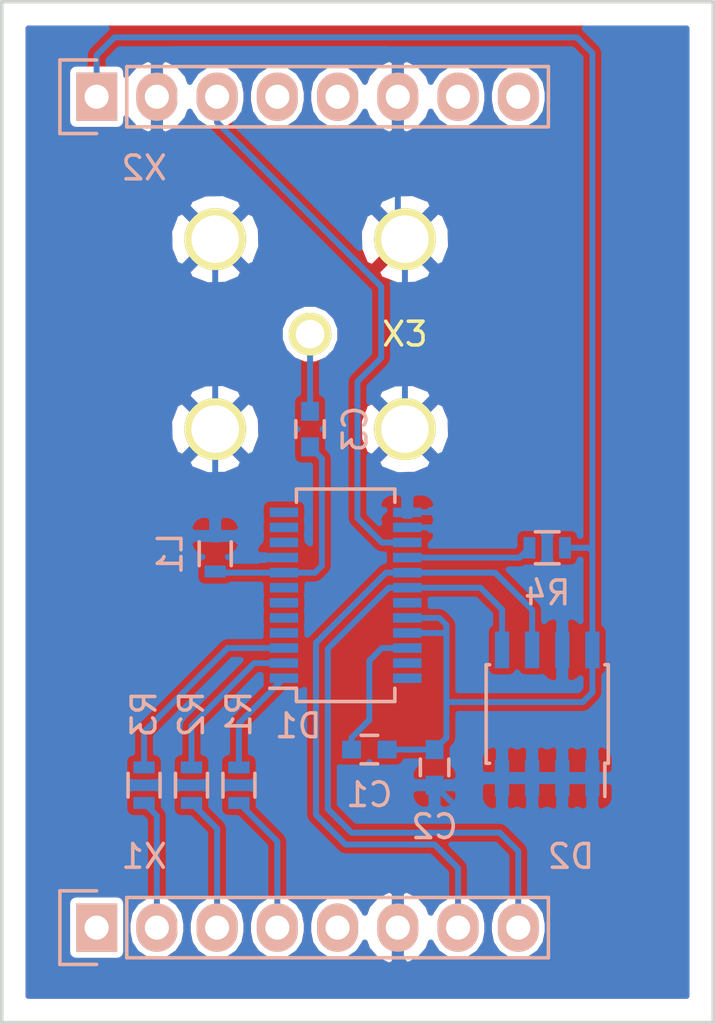
<source format=kicad_pcb>
(kicad_pcb (version 4) (host pcbnew 4.0.7-e2-6376~58~ubuntu16.04.1)

  (general
    (links 38)
    (no_connects 0)
    (area 130.966667 83.924999 162.075001 127.175)
    (thickness 1.6)
    (drawings 6)
    (tracks 124)
    (zones 0)
    (modules 13)
    (nets 28)
  )

  (page A4)
  (layers
    (0 F.Cu signal)
    (31 B.Cu signal)
    (32 B.Adhes user)
    (33 F.Adhes user)
    (34 B.Paste user)
    (35 F.Paste user)
    (36 B.SilkS user)
    (37 F.SilkS user)
    (38 B.Mask user)
    (39 F.Mask user)
    (40 Dwgs.User user)
    (41 Cmts.User user)
    (42 Eco1.User user)
    (43 Eco2.User user)
    (44 Edge.Cuts user)
    (45 Margin user)
    (46 B.CrtYd user)
    (47 F.CrtYd user)
    (48 B.Fab user hide)
    (49 F.Fab user hide)
  )

  (setup
    (last_trace_width 0.25)
    (trace_clearance 0.2)
    (zone_clearance 0.25)
    (zone_45_only no)
    (trace_min 0.2)
    (segment_width 2)
    (edge_width 0.15)
    (via_size 0.7)
    (via_drill 0.4)
    (via_min_size 0.4)
    (via_min_drill 0.3)
    (uvia_size 0.3)
    (uvia_drill 0.1)
    (uvias_allowed no)
    (uvia_min_size 0.2)
    (uvia_min_drill 0.1)
    (pcb_text_width 0.3)
    (pcb_text_size 1.5 1.5)
    (mod_edge_width 0.15)
    (mod_text_size 1 1)
    (mod_text_width 0.15)
    (pad_size 1.524 1.524)
    (pad_drill 0.762)
    (pad_to_mask_clearance 0.15)
    (aux_axis_origin 0 0)
    (visible_elements FFFEFF7F)
    (pcbplotparams
      (layerselection 0x010c0_80000001)
      (usegerberextensions false)
      (excludeedgelayer true)
      (linewidth 0.100000)
      (plotframeref false)
      (viasonmask false)
      (mode 1)
      (useauxorigin false)
      (hpglpennumber 1)
      (hpglpenspeed 20)
      (hpglpendiameter 15)
      (hpglpenoverlay 2)
      (psnegative false)
      (psa4output false)
      (plotreference true)
      (plotvalue true)
      (plotinvisibletext false)
      (padsonsilk false)
      (subtractmaskfromsilk false)
      (outputformat 1)
      (mirror false)
      (drillshape 0)
      (scaleselection 1)
      (outputdirectory production/))
  )

  (net 0 "")
  (net 1 "Net-(C1-Pad1)")
  (net 2 /VDD)
  (net 3 GND)
  (net 4 "Net-(C3-Pad1)")
  (net 5 /ANT)
  (net 6 "Net-(D1-Pad1)")
  (net 7 "Net-(D1-Pad2)")
  (net 8 "Net-(D1-Pad3)")
  (net 9 "Net-(D1-Pad4)")
  (net 10 "Net-(D1-Pad5)")
  (net 11 "Net-(D1-Pad12)")
  (net 12 /RESET)
  (net 13 "Net-(D1-Pad16)")
  (net 14 /SCL)
  (net 15 /SDA)
  (net 16 "Net-(D1-Pad19)")
  (net 17 "Net-(D1-Pad23)")
  (net 18 "Net-(D1-Pad24)")
  (net 19 /SD)
  (net 20 /FS)
  (net 21 /SCLK)
  (net 22 "Net-(X1-Pad1)")
  (net 23 "Net-(X1-Pad5)")
  (net 24 "Net-(X2-Pad4)")
  (net 25 "Net-(X2-Pad5)")
  (net 26 "Net-(X2-Pad7)")
  (net 27 "Net-(X2-Pad8)")

  (net_class Default "This is the default net class."
    (clearance 0.2)
    (trace_width 0.25)
    (via_dia 0.7)
    (via_drill 0.4)
    (uvia_dia 0.3)
    (uvia_drill 0.1)
    (add_net /ANT)
    (add_net /FS)
    (add_net /RESET)
    (add_net /SCL)
    (add_net /SCLK)
    (add_net /SD)
    (add_net /SDA)
    (add_net /VDD)
    (add_net GND)
    (add_net "Net-(C1-Pad1)")
    (add_net "Net-(C3-Pad1)")
    (add_net "Net-(D1-Pad1)")
    (add_net "Net-(D1-Pad12)")
    (add_net "Net-(D1-Pad16)")
    (add_net "Net-(D1-Pad19)")
    (add_net "Net-(D1-Pad2)")
    (add_net "Net-(D1-Pad23)")
    (add_net "Net-(D1-Pad24)")
    (add_net "Net-(D1-Pad3)")
    (add_net "Net-(D1-Pad4)")
    (add_net "Net-(D1-Pad5)")
    (add_net "Net-(X1-Pad1)")
    (add_net "Net-(X1-Pad5)")
    (add_net "Net-(X2-Pad4)")
    (add_net "Net-(X2-Pad5)")
    (add_net "Net-(X2-Pad7)")
    (add_net "Net-(X2-Pad8)")
  )

  (module Capacitors_SMD:C_0603 (layer B.Cu) (tedit 5415D631) (tstamp 5B26B254)
    (at 147.5 115.5)
    (descr "Capacitor SMD 0603, reflow soldering, AVX (see smccp.pdf)")
    (tags "capacitor 0603")
    (path /5B26A135)
    (attr smd)
    (fp_text reference C1 (at 0 1.9) (layer B.SilkS)
      (effects (font (size 1 1) (thickness 0.15)) (justify mirror))
    )
    (fp_text value 0.022 (at 0 -1.9) (layer B.Fab)
      (effects (font (size 1 1) (thickness 0.15)) (justify mirror))
    )
    (fp_line (start -1.45 0.75) (end 1.45 0.75) (layer B.CrtYd) (width 0.05))
    (fp_line (start -1.45 -0.75) (end 1.45 -0.75) (layer B.CrtYd) (width 0.05))
    (fp_line (start -1.45 0.75) (end -1.45 -0.75) (layer B.CrtYd) (width 0.05))
    (fp_line (start 1.45 0.75) (end 1.45 -0.75) (layer B.CrtYd) (width 0.05))
    (fp_line (start -0.35 0.6) (end 0.35 0.6) (layer B.SilkS) (width 0.15))
    (fp_line (start 0.35 -0.6) (end -0.35 -0.6) (layer B.SilkS) (width 0.15))
    (pad 1 smd rect (at -0.75 0) (size 0.8 0.75) (layers B.Cu B.Paste B.Mask)
      (net 1 "Net-(C1-Pad1)"))
    (pad 2 smd rect (at 0.75 0) (size 0.8 0.75) (layers B.Cu B.Paste B.Mask)
      (net 2 /VDD))
    (model Capacitors_SMD.3dshapes/C_0603.wrl
      (at (xyz 0 0 0))
      (scale (xyz 1 1 1))
      (rotate (xyz 0 0 0))
    )
  )

  (module Capacitors_SMD:C_0603 (layer B.Cu) (tedit 5B26B712) (tstamp 5B26B25A)
    (at 150.25 116.25 270)
    (descr "Capacitor SMD 0603, reflow soldering, AVX (see smccp.pdf)")
    (tags "capacitor 0603")
    (path /5B26A04E)
    (attr smd)
    (fp_text reference C2 (at 2.5 0 360) (layer B.SilkS)
      (effects (font (size 1 1) (thickness 0.15)) (justify mirror))
    )
    (fp_text value 0.1 (at 0 -1.9 270) (layer B.Fab)
      (effects (font (size 1 1) (thickness 0.15)) (justify mirror))
    )
    (fp_line (start -1.45 0.75) (end 1.45 0.75) (layer B.CrtYd) (width 0.05))
    (fp_line (start -1.45 -0.75) (end 1.45 -0.75) (layer B.CrtYd) (width 0.05))
    (fp_line (start -1.45 0.75) (end -1.45 -0.75) (layer B.CrtYd) (width 0.05))
    (fp_line (start 1.45 0.75) (end 1.45 -0.75) (layer B.CrtYd) (width 0.05))
    (fp_line (start -0.35 0.6) (end 0.35 0.6) (layer B.SilkS) (width 0.15))
    (fp_line (start 0.35 -0.6) (end -0.35 -0.6) (layer B.SilkS) (width 0.15))
    (pad 1 smd rect (at -0.75 0 270) (size 0.8 0.75) (layers B.Cu B.Paste B.Mask)
      (net 2 /VDD))
    (pad 2 smd rect (at 0.75 0 270) (size 0.8 0.75) (layers B.Cu B.Paste B.Mask)
      (net 3 GND))
    (model Capacitors_SMD.3dshapes/C_0603.wrl
      (at (xyz 0 0 0))
      (scale (xyz 1 1 1))
      (rotate (xyz 0 0 0))
    )
  )

  (module Capacitors_SMD:C_0603 (layer B.Cu) (tedit 5415D631) (tstamp 5B26B260)
    (at 145 102 90)
    (descr "Capacitor SMD 0603, reflow soldering, AVX (see smccp.pdf)")
    (tags "capacitor 0603")
    (path /5B26A825)
    (attr smd)
    (fp_text reference C3 (at 0 1.9 90) (layer B.SilkS)
      (effects (font (size 1 1) (thickness 0.15)) (justify mirror))
    )
    (fp_text value 1000 (at 0 -1.9 90) (layer B.Fab)
      (effects (font (size 1 1) (thickness 0.15)) (justify mirror))
    )
    (fp_line (start -1.45 0.75) (end 1.45 0.75) (layer B.CrtYd) (width 0.05))
    (fp_line (start -1.45 -0.75) (end 1.45 -0.75) (layer B.CrtYd) (width 0.05))
    (fp_line (start -1.45 0.75) (end -1.45 -0.75) (layer B.CrtYd) (width 0.05))
    (fp_line (start 1.45 0.75) (end 1.45 -0.75) (layer B.CrtYd) (width 0.05))
    (fp_line (start -0.35 0.6) (end 0.35 0.6) (layer B.SilkS) (width 0.15))
    (fp_line (start 0.35 -0.6) (end -0.35 -0.6) (layer B.SilkS) (width 0.15))
    (pad 1 smd rect (at -0.75 0 90) (size 0.8 0.75) (layers B.Cu B.Paste B.Mask)
      (net 4 "Net-(C3-Pad1)"))
    (pad 2 smd rect (at 0.75 0 90) (size 0.8 0.75) (layers B.Cu B.Paste B.Mask)
      (net 5 /ANT))
    (model Capacitors_SMD.3dshapes/C_0603.wrl
      (at (xyz 0 0 0))
      (scale (xyz 1 1 1))
      (rotate (xyz 0 0 0))
    )
  )

  (module Housings_SSOP:SSOP-24_3.9x8.7mm_Pitch0.635mm (layer B.Cu) (tedit 5B26B71B) (tstamp 5B26B27C)
    (at 146.5 109)
    (descr "SSOP24: plastic shrink small outline package; 24 leads; body width 3.9 mm; lead pitch 0.635; (see NXP SSOP-TSSOP-VSO-REFLOW.pdf and sot556-1_po.pdf)")
    (tags "SSOP 0.635")
    (path /5B269EED)
    (attr smd)
    (fp_text reference D1 (at -2 5.5) (layer B.SilkS)
      (effects (font (size 1 1) (thickness 0.15)) (justify mirror))
    )
    (fp_text value SI4735 (at 0 -5.4) (layer B.Fab)
      (effects (font (size 1 1) (thickness 0.15)) (justify mirror))
    )
    (fp_line (start -3.45 4.65) (end -3.45 -4.65) (layer B.CrtYd) (width 0.05))
    (fp_line (start 3.45 4.65) (end 3.45 -4.65) (layer B.CrtYd) (width 0.05))
    (fp_line (start -3.45 4.65) (end 3.45 4.65) (layer B.CrtYd) (width 0.05))
    (fp_line (start -3.45 -4.65) (end 3.45 -4.65) (layer B.CrtYd) (width 0.05))
    (fp_line (start -2.075 4.475) (end -2.075 3.9175) (layer B.SilkS) (width 0.15))
    (fp_line (start 2.075 4.475) (end 2.075 3.9175) (layer B.SilkS) (width 0.15))
    (fp_line (start 2.075 -4.475) (end 2.075 -3.9175) (layer B.SilkS) (width 0.15))
    (fp_line (start -2.075 -4.475) (end -2.075 -3.9175) (layer B.SilkS) (width 0.15))
    (fp_line (start -2.075 4.475) (end 2.075 4.475) (layer B.SilkS) (width 0.15))
    (fp_line (start -2.075 -4.475) (end 2.075 -4.475) (layer B.SilkS) (width 0.15))
    (fp_line (start -2.075 3.9175) (end -3.2 3.9175) (layer B.SilkS) (width 0.15))
    (pad 1 smd rect (at -2.6 3.4925) (size 1.2 0.4) (layers B.Cu B.Paste B.Mask)
      (net 6 "Net-(D1-Pad1)"))
    (pad 2 smd rect (at -2.6 2.8575) (size 1.2 0.4) (layers B.Cu B.Paste B.Mask)
      (net 7 "Net-(D1-Pad2)"))
    (pad 3 smd rect (at -2.6 2.2225) (size 1.2 0.4) (layers B.Cu B.Paste B.Mask)
      (net 8 "Net-(D1-Pad3)"))
    (pad 4 smd rect (at -2.6 1.5875) (size 1.2 0.4) (layers B.Cu B.Paste B.Mask)
      (net 9 "Net-(D1-Pad4)"))
    (pad 5 smd rect (at -2.6 0.9525) (size 1.2 0.4) (layers B.Cu B.Paste B.Mask)
      (net 10 "Net-(D1-Pad5)"))
    (pad 6 smd rect (at -2.6 0.3175) (size 1.2 0.4) (layers B.Cu B.Paste B.Mask))
    (pad 7 smd rect (at -2.6 -0.3175) (size 1.2 0.4) (layers B.Cu B.Paste B.Mask))
    (pad 8 smd rect (at -2.6 -0.9525) (size 1.2 0.4) (layers B.Cu B.Paste B.Mask)
      (net 4 "Net-(C3-Pad1)"))
    (pad 9 smd rect (at -2.6 -1.5875) (size 1.2 0.4) (layers B.Cu B.Paste B.Mask)
      (net 3 GND))
    (pad 10 smd rect (at -2.6 -2.2225) (size 1.2 0.4) (layers B.Cu B.Paste B.Mask))
    (pad 11 smd rect (at -2.6 -2.8575) (size 1.2 0.4) (layers B.Cu B.Paste B.Mask))
    (pad 12 smd rect (at -2.6 -3.4925) (size 1.2 0.4) (layers B.Cu B.Paste B.Mask)
      (net 11 "Net-(D1-Pad12)"))
    (pad 13 smd rect (at 2.6 -3.4925) (size 1.2 0.4) (layers B.Cu B.Paste B.Mask)
      (net 3 GND))
    (pad 14 smd rect (at 2.6 -2.8575) (size 1.2 0.4) (layers B.Cu B.Paste B.Mask)
      (net 3 GND))
    (pad 15 smd rect (at 2.6 -2.2225) (size 1.2 0.4) (layers B.Cu B.Paste B.Mask)
      (net 12 /RESET))
    (pad 16 smd rect (at 2.6 -1.5875) (size 1.2 0.4) (layers B.Cu B.Paste B.Mask)
      (net 13 "Net-(D1-Pad16)"))
    (pad 17 smd rect (at 2.6 -0.9525) (size 1.2 0.4) (layers B.Cu B.Paste B.Mask)
      (net 14 /SCL))
    (pad 18 smd rect (at 2.6 -0.3175) (size 1.2 0.4) (layers B.Cu B.Paste B.Mask)
      (net 15 /SDA))
    (pad 19 smd rect (at 2.6 0.3175) (size 1.2 0.4) (layers B.Cu B.Paste B.Mask)
      (net 16 "Net-(D1-Pad19)"))
    (pad 20 smd rect (at 2.6 0.9525) (size 1.2 0.4) (layers B.Cu B.Paste B.Mask)
      (net 2 /VDD))
    (pad 21 smd rect (at 2.6 1.5875) (size 1.2 0.4) (layers B.Cu B.Paste B.Mask)
      (net 2 /VDD))
    (pad 22 smd rect (at 2.6 2.2225) (size 1.2 0.4) (layers B.Cu B.Paste B.Mask)
      (net 1 "Net-(C1-Pad1)"))
    (pad 23 smd rect (at 2.6 2.8575) (size 1.2 0.4) (layers B.Cu B.Paste B.Mask)
      (net 17 "Net-(D1-Pad23)"))
    (pad 24 smd rect (at 2.6 3.4925) (size 1.2 0.4) (layers B.Cu B.Paste B.Mask)
      (net 18 "Net-(D1-Pad24)"))
    (model Housings_SSOP.3dshapes/SSOP-24_3.9x8.7mm_Pitch0.635mm.wrl
      (at (xyz 0 0 0))
      (scale (xyz 1 1 1))
      (rotate (xyz 0 0 0))
    )
  )

  (module Housings_SOIC:SOIC-8_3.9x4.9mm_Pitch1.27mm (layer B.Cu) (tedit 5B2755F0) (tstamp 5B26B288)
    (at 155 114 90)
    (descr "8-Lead Plastic Small Outline (SN) - Narrow, 3.90 mm Body [SOIC] (see Microchip Packaging Specification 00000049BS.pdf)")
    (tags "SOIC 1.27")
    (path /5B26B05D)
    (attr smd)
    (fp_text reference D2 (at -6 1 180) (layer B.SilkS)
      (effects (font (size 1 1) (thickness 0.15)) (justify mirror))
    )
    (fp_text value AT24CS01-SSHM (at 0 -3.5 90) (layer B.Fab)
      (effects (font (size 1 1) (thickness 0.15)) (justify mirror))
    )
    (fp_line (start -3.75 2.75) (end -3.75 -2.75) (layer B.CrtYd) (width 0.05))
    (fp_line (start 3.75 2.75) (end 3.75 -2.75) (layer B.CrtYd) (width 0.05))
    (fp_line (start -3.75 2.75) (end 3.75 2.75) (layer B.CrtYd) (width 0.05))
    (fp_line (start -3.75 -2.75) (end 3.75 -2.75) (layer B.CrtYd) (width 0.05))
    (fp_line (start -2.075 2.575) (end -2.075 2.43) (layer B.SilkS) (width 0.15))
    (fp_line (start 2.075 2.575) (end 2.075 2.43) (layer B.SilkS) (width 0.15))
    (fp_line (start 2.075 -2.575) (end 2.075 -2.43) (layer B.SilkS) (width 0.15))
    (fp_line (start -2.075 -2.575) (end -2.075 -2.43) (layer B.SilkS) (width 0.15))
    (fp_line (start -2.075 2.575) (end 2.075 2.575) (layer B.SilkS) (width 0.15))
    (fp_line (start -2.075 -2.575) (end 2.075 -2.575) (layer B.SilkS) (width 0.15))
    (fp_line (start -2.075 2.43) (end -3.475 2.43) (layer B.SilkS) (width 0.15))
    (pad 1 smd rect (at -2.7 1.905 90) (size 1.55 0.6) (layers B.Cu B.Paste B.Mask)
      (net 3 GND))
    (pad 2 smd rect (at -2.7 0.635 90) (size 1.55 0.6) (layers B.Cu B.Paste B.Mask)
      (net 3 GND))
    (pad 3 smd rect (at -2.7 -0.635 90) (size 1.55 0.6) (layers B.Cu B.Paste B.Mask)
      (net 3 GND))
    (pad 4 smd rect (at -2.7 -1.905 90) (size 1.55 0.6) (layers B.Cu B.Paste B.Mask)
      (net 3 GND))
    (pad 5 smd rect (at 2.7 -1.905 90) (size 1.55 0.6) (layers B.Cu B.Paste B.Mask)
      (net 15 /SDA))
    (pad 6 smd rect (at 2.7 -0.635 90) (size 1.55 0.6) (layers B.Cu B.Paste B.Mask)
      (net 14 /SCL))
    (pad 7 smd rect (at 2.7 0.635 90) (size 1.55 0.6) (layers B.Cu B.Paste B.Mask)
      (net 3 GND))
    (pad 8 smd rect (at 2.7 1.905 90) (size 1.55 0.6) (layers B.Cu B.Paste B.Mask)
      (net 2 /VDD))
    (model Housings_SOIC.3dshapes/SOIC-8_3.9x4.9mm_Pitch1.27mm.wrl
      (at (xyz 0 0 0))
      (scale (xyz 1 1 1))
      (rotate (xyz 0 0 0))
    )
  )

  (module Resistors_SMD:R_0603 (layer B.Cu) (tedit 5415CC62) (tstamp 5B26B28E)
    (at 141 107.25 270)
    (descr "Resistor SMD 0603, reflow soldering, Vishay (see dcrcw.pdf)")
    (tags "resistor 0603")
    (path /5B26A7B0)
    (attr smd)
    (fp_text reference L1 (at 0 1.9 270) (layer B.SilkS)
      (effects (font (size 1 1) (thickness 0.15)) (justify mirror))
    )
    (fp_text value INDUCTOR (at 0 -1.9 270) (layer B.Fab)
      (effects (font (size 1 1) (thickness 0.15)) (justify mirror))
    )
    (fp_line (start -1.3 0.8) (end 1.3 0.8) (layer B.CrtYd) (width 0.05))
    (fp_line (start -1.3 -0.8) (end 1.3 -0.8) (layer B.CrtYd) (width 0.05))
    (fp_line (start -1.3 0.8) (end -1.3 -0.8) (layer B.CrtYd) (width 0.05))
    (fp_line (start 1.3 0.8) (end 1.3 -0.8) (layer B.CrtYd) (width 0.05))
    (fp_line (start 0.5 -0.675) (end -0.5 -0.675) (layer B.SilkS) (width 0.15))
    (fp_line (start -0.5 0.675) (end 0.5 0.675) (layer B.SilkS) (width 0.15))
    (pad 1 smd rect (at -0.75 0 270) (size 0.5 0.9) (layers B.Cu B.Paste B.Mask)
      (net 3 GND))
    (pad 2 smd rect (at 0.75 0 270) (size 0.5 0.9) (layers B.Cu B.Paste B.Mask)
      (net 4 "Net-(C3-Pad1)"))
    (model Resistors_SMD.3dshapes/R_0603.wrl
      (at (xyz 0 0 0))
      (scale (xyz 1 1 1))
      (rotate (xyz 0 0 0))
    )
  )

  (module Resistors_SMD:R_0603 (layer B.Cu) (tedit 5B26B388) (tstamp 5B26B294)
    (at 142 117 90)
    (descr "Resistor SMD 0603, reflow soldering, Vishay (see dcrcw.pdf)")
    (tags "resistor 0603")
    (path /5B26AA9F)
    (attr smd)
    (fp_text reference R1 (at 3 0 90) (layer B.SilkS)
      (effects (font (size 1 1) (thickness 0.15)) (justify mirror))
    )
    (fp_text value R (at 0 -1.9 90) (layer B.Fab)
      (effects (font (size 1 1) (thickness 0.15)) (justify mirror))
    )
    (fp_line (start -1.3 0.8) (end 1.3 0.8) (layer B.CrtYd) (width 0.05))
    (fp_line (start -1.3 -0.8) (end 1.3 -0.8) (layer B.CrtYd) (width 0.05))
    (fp_line (start -1.3 0.8) (end -1.3 -0.8) (layer B.CrtYd) (width 0.05))
    (fp_line (start 1.3 0.8) (end 1.3 -0.8) (layer B.CrtYd) (width 0.05))
    (fp_line (start 0.5 -0.675) (end -0.5 -0.675) (layer B.SilkS) (width 0.15))
    (fp_line (start -0.5 0.675) (end 0.5 0.675) (layer B.SilkS) (width 0.15))
    (pad 1 smd rect (at -0.75 0 90) (size 0.5 0.9) (layers B.Cu B.Paste B.Mask)
      (net 19 /SD))
    (pad 2 smd rect (at 0.75 0 90) (size 0.5 0.9) (layers B.Cu B.Paste B.Mask)
      (net 6 "Net-(D1-Pad1)"))
    (model Resistors_SMD.3dshapes/R_0603.wrl
      (at (xyz 0 0 0))
      (scale (xyz 1 1 1))
      (rotate (xyz 0 0 0))
    )
  )

  (module Resistors_SMD:R_0603 (layer B.Cu) (tedit 5B26B386) (tstamp 5B26B29A)
    (at 140 117 90)
    (descr "Resistor SMD 0603, reflow soldering, Vishay (see dcrcw.pdf)")
    (tags "resistor 0603")
    (path /5B26AB20)
    (attr smd)
    (fp_text reference R2 (at 3 0 90) (layer B.SilkS)
      (effects (font (size 1 1) (thickness 0.15)) (justify mirror))
    )
    (fp_text value R (at 0 -1.9 90) (layer B.Fab)
      (effects (font (size 1 1) (thickness 0.15)) (justify mirror))
    )
    (fp_line (start -1.3 0.8) (end 1.3 0.8) (layer B.CrtYd) (width 0.05))
    (fp_line (start -1.3 -0.8) (end 1.3 -0.8) (layer B.CrtYd) (width 0.05))
    (fp_line (start -1.3 0.8) (end -1.3 -0.8) (layer B.CrtYd) (width 0.05))
    (fp_line (start 1.3 0.8) (end 1.3 -0.8) (layer B.CrtYd) (width 0.05))
    (fp_line (start 0.5 -0.675) (end -0.5 -0.675) (layer B.SilkS) (width 0.15))
    (fp_line (start -0.5 0.675) (end 0.5 0.675) (layer B.SilkS) (width 0.15))
    (pad 1 smd rect (at -0.75 0 90) (size 0.5 0.9) (layers B.Cu B.Paste B.Mask)
      (net 20 /FS))
    (pad 2 smd rect (at 0.75 0 90) (size 0.5 0.9) (layers B.Cu B.Paste B.Mask)
      (net 7 "Net-(D1-Pad2)"))
    (model Resistors_SMD.3dshapes/R_0603.wrl
      (at (xyz 0 0 0))
      (scale (xyz 1 1 1))
      (rotate (xyz 0 0 0))
    )
  )

  (module Resistors_SMD:R_0603 (layer B.Cu) (tedit 5B26B385) (tstamp 5B26B2A0)
    (at 138 117 90)
    (descr "Resistor SMD 0603, reflow soldering, Vishay (see dcrcw.pdf)")
    (tags "resistor 0603")
    (path /5B26AB57)
    (attr smd)
    (fp_text reference R3 (at 3 0 90) (layer B.SilkS)
      (effects (font (size 1 1) (thickness 0.15)) (justify mirror))
    )
    (fp_text value R (at 0 -1.9 90) (layer B.Fab)
      (effects (font (size 1 1) (thickness 0.15)) (justify mirror))
    )
    (fp_line (start -1.3 0.8) (end 1.3 0.8) (layer B.CrtYd) (width 0.05))
    (fp_line (start -1.3 -0.8) (end 1.3 -0.8) (layer B.CrtYd) (width 0.05))
    (fp_line (start -1.3 0.8) (end -1.3 -0.8) (layer B.CrtYd) (width 0.05))
    (fp_line (start 1.3 0.8) (end 1.3 -0.8) (layer B.CrtYd) (width 0.05))
    (fp_line (start 0.5 -0.675) (end -0.5 -0.675) (layer B.SilkS) (width 0.15))
    (fp_line (start -0.5 0.675) (end 0.5 0.675) (layer B.SilkS) (width 0.15))
    (pad 1 smd rect (at -0.75 0 90) (size 0.5 0.9) (layers B.Cu B.Paste B.Mask)
      (net 21 /SCLK))
    (pad 2 smd rect (at 0.75 0 90) (size 0.5 0.9) (layers B.Cu B.Paste B.Mask)
      (net 8 "Net-(D1-Pad3)"))
    (model Resistors_SMD.3dshapes/R_0603.wrl
      (at (xyz 0 0 0))
      (scale (xyz 1 1 1))
      (rotate (xyz 0 0 0))
    )
  )

  (module Resistors_SMD:R_0603 (layer B.Cu) (tedit 5415CC62) (tstamp 5B26B2A6)
    (at 155 107)
    (descr "Resistor SMD 0603, reflow soldering, Vishay (see dcrcw.pdf)")
    (tags "resistor 0603")
    (path /5B26A35E)
    (attr smd)
    (fp_text reference R4 (at 0 1.9) (layer B.SilkS)
      (effects (font (size 1 1) (thickness 0.15)) (justify mirror))
    )
    (fp_text value 10K (at 0 -1.9) (layer B.Fab)
      (effects (font (size 1 1) (thickness 0.15)) (justify mirror))
    )
    (fp_line (start -1.3 0.8) (end 1.3 0.8) (layer B.CrtYd) (width 0.05))
    (fp_line (start -1.3 -0.8) (end 1.3 -0.8) (layer B.CrtYd) (width 0.05))
    (fp_line (start -1.3 0.8) (end -1.3 -0.8) (layer B.CrtYd) (width 0.05))
    (fp_line (start 1.3 0.8) (end 1.3 -0.8) (layer B.CrtYd) (width 0.05))
    (fp_line (start 0.5 -0.675) (end -0.5 -0.675) (layer B.SilkS) (width 0.15))
    (fp_line (start -0.5 0.675) (end 0.5 0.675) (layer B.SilkS) (width 0.15))
    (pad 1 smd rect (at -0.75 0) (size 0.5 0.9) (layers B.Cu B.Paste B.Mask)
      (net 13 "Net-(D1-Pad16)"))
    (pad 2 smd rect (at 0.75 0) (size 0.5 0.9) (layers B.Cu B.Paste B.Mask)
      (net 2 /VDD))
    (model Resistors_SMD.3dshapes/R_0603.wrl
      (at (xyz 0 0 0))
      (scale (xyz 1 1 1))
      (rotate (xyz 0 0 0))
    )
  )

  (module Socket_Strips:Socket_Strip_Straight_1x08 (layer B.Cu) (tedit 5B2755DE) (tstamp 5B26B2B2)
    (at 136 123)
    (descr "Through hole socket strip")
    (tags "socket strip")
    (path /5B269C6F)
    (fp_text reference X1 (at 2 -3) (layer B.SilkS)
      (effects (font (size 1 1) (thickness 0.15)) (justify mirror))
    )
    (fp_text value CONN_01X08 (at 0 3.1) (layer B.Fab)
      (effects (font (size 1 1) (thickness 0.15)) (justify mirror))
    )
    (fp_line (start -1.75 1.75) (end -1.75 -1.75) (layer B.CrtYd) (width 0.05))
    (fp_line (start 19.55 1.75) (end 19.55 -1.75) (layer B.CrtYd) (width 0.05))
    (fp_line (start -1.75 1.75) (end 19.55 1.75) (layer B.CrtYd) (width 0.05))
    (fp_line (start -1.75 -1.75) (end 19.55 -1.75) (layer B.CrtYd) (width 0.05))
    (fp_line (start 1.27 -1.27) (end 19.05 -1.27) (layer B.SilkS) (width 0.15))
    (fp_line (start 19.05 -1.27) (end 19.05 1.27) (layer B.SilkS) (width 0.15))
    (fp_line (start 19.05 1.27) (end 1.27 1.27) (layer B.SilkS) (width 0.15))
    (fp_line (start -1.55 -1.55) (end 0 -1.55) (layer B.SilkS) (width 0.15))
    (fp_line (start 1.27 -1.27) (end 1.27 1.27) (layer B.SilkS) (width 0.15))
    (fp_line (start 0 1.55) (end -1.55 1.55) (layer B.SilkS) (width 0.15))
    (fp_line (start -1.55 1.55) (end -1.55 -1.55) (layer B.SilkS) (width 0.15))
    (pad 1 thru_hole rect (at 0 0) (size 1.7272 2.032) (drill 1.016) (layers *.Cu *.Mask B.SilkS)
      (net 22 "Net-(X1-Pad1)"))
    (pad 2 thru_hole oval (at 2.54 0) (size 1.7272 2.032) (drill 1.016) (layers *.Cu *.Mask B.SilkS)
      (net 21 /SCLK))
    (pad 3 thru_hole oval (at 5.08 0) (size 1.7272 2.032) (drill 1.016) (layers *.Cu *.Mask B.SilkS)
      (net 20 /FS))
    (pad 4 thru_hole oval (at 7.62 0) (size 1.7272 2.032) (drill 1.016) (layers *.Cu *.Mask B.SilkS)
      (net 19 /SD))
    (pad 5 thru_hole oval (at 10.16 0) (size 1.7272 2.032) (drill 1.016) (layers *.Cu *.Mask B.SilkS)
      (net 23 "Net-(X1-Pad5)"))
    (pad 6 thru_hole oval (at 12.7 0) (size 1.7272 2.032) (drill 1.016) (layers *.Cu *.Mask B.SilkS)
      (net 3 GND))
    (pad 7 thru_hole oval (at 15.24 0) (size 1.7272 2.032) (drill 1.016) (layers *.Cu *.Mask B.SilkS)
      (net 14 /SCL))
    (pad 8 thru_hole oval (at 17.78 0) (size 1.7272 2.032) (drill 1.016) (layers *.Cu *.Mask B.SilkS)
      (net 15 /SDA))
    (model Socket_Strips.3dshapes/Socket_Strip_Straight_1x08.wrl
      (at (xyz 0.35 0 0))
      (scale (xyz 1 1 1))
      (rotate (xyz 0 0 180))
    )
  )

  (module Socket_Strips:Socket_Strip_Straight_1x08 (layer B.Cu) (tedit 5B2755E7) (tstamp 5B26B2BE)
    (at 136 88)
    (descr "Through hole socket strip")
    (tags "socket strip")
    (path /5B269D0E)
    (fp_text reference X2 (at 2 3) (layer B.SilkS)
      (effects (font (size 1 1) (thickness 0.15)) (justify mirror))
    )
    (fp_text value CONN_01X08 (at 0 3.1) (layer B.Fab)
      (effects (font (size 1 1) (thickness 0.15)) (justify mirror))
    )
    (fp_line (start -1.75 1.75) (end -1.75 -1.75) (layer B.CrtYd) (width 0.05))
    (fp_line (start 19.55 1.75) (end 19.55 -1.75) (layer B.CrtYd) (width 0.05))
    (fp_line (start -1.75 1.75) (end 19.55 1.75) (layer B.CrtYd) (width 0.05))
    (fp_line (start -1.75 -1.75) (end 19.55 -1.75) (layer B.CrtYd) (width 0.05))
    (fp_line (start 1.27 -1.27) (end 19.05 -1.27) (layer B.SilkS) (width 0.15))
    (fp_line (start 19.05 -1.27) (end 19.05 1.27) (layer B.SilkS) (width 0.15))
    (fp_line (start 19.05 1.27) (end 1.27 1.27) (layer B.SilkS) (width 0.15))
    (fp_line (start -1.55 -1.55) (end 0 -1.55) (layer B.SilkS) (width 0.15))
    (fp_line (start 1.27 -1.27) (end 1.27 1.27) (layer B.SilkS) (width 0.15))
    (fp_line (start 0 1.55) (end -1.55 1.55) (layer B.SilkS) (width 0.15))
    (fp_line (start -1.55 1.55) (end -1.55 -1.55) (layer B.SilkS) (width 0.15))
    (pad 1 thru_hole rect (at 0 0) (size 1.7272 2.032) (drill 1.016) (layers *.Cu *.Mask B.SilkS)
      (net 2 /VDD))
    (pad 2 thru_hole oval (at 2.54 0) (size 1.7272 2.032) (drill 1.016) (layers *.Cu *.Mask B.SilkS)
      (net 3 GND))
    (pad 3 thru_hole oval (at 5.08 0) (size 1.7272 2.032) (drill 1.016) (layers *.Cu *.Mask B.SilkS)
      (net 12 /RESET))
    (pad 4 thru_hole oval (at 7.62 0) (size 1.7272 2.032) (drill 1.016) (layers *.Cu *.Mask B.SilkS)
      (net 24 "Net-(X2-Pad4)"))
    (pad 5 thru_hole oval (at 10.16 0) (size 1.7272 2.032) (drill 1.016) (layers *.Cu *.Mask B.SilkS)
      (net 25 "Net-(X2-Pad5)"))
    (pad 6 thru_hole oval (at 12.7 0) (size 1.7272 2.032) (drill 1.016) (layers *.Cu *.Mask B.SilkS)
      (net 3 GND))
    (pad 7 thru_hole oval (at 15.24 0) (size 1.7272 2.032) (drill 1.016) (layers *.Cu *.Mask B.SilkS)
      (net 26 "Net-(X2-Pad7)"))
    (pad 8 thru_hole oval (at 17.78 0) (size 1.7272 2.032) (drill 1.016) (layers *.Cu *.Mask B.SilkS)
      (net 27 "Net-(X2-Pad8)"))
    (model Socket_Strips.3dshapes/Socket_Strip_Straight_1x08.wrl
      (at (xyz 0.35 0 0))
      (scale (xyz 1 1 1))
      (rotate (xyz 0 0 180))
    )
  )

  (module AUDIO:F_CONNECTOR (layer F.Cu) (tedit 5B26B365) (tstamp 5B26B2C7)
    (at 145 98)
    (path /5B26AD9F)
    (fp_text reference X3 (at 4 0) (layer F.SilkS)
      (effects (font (size 1 1) (thickness 0.15)))
    )
    (fp_text value CONN_01X02 (at 0 -7) (layer F.Fab)
      (effects (font (size 1 1) (thickness 0.15)))
    )
    (pad 1 thru_hole circle (at 0 0) (size 1.8 1.8) (drill 1.2) (layers *.Cu *.Mask F.SilkS)
      (net 5 /ANT))
    (pad 2 thru_hole circle (at -4 -4) (size 2.6 2.6) (drill 2) (layers *.Cu *.Mask F.SilkS)
      (net 3 GND))
    (pad 2 thru_hole circle (at 4 -4) (size 2.6 2.6) (drill 2) (layers *.Cu *.Mask F.SilkS)
      (net 3 GND))
    (pad 2 thru_hole circle (at 4 4) (size 2.6 2.6) (drill 2) (layers *.Cu *.Mask F.SilkS)
      (net 3 GND))
    (pad 2 thru_hole circle (at -4 4) (size 2.6 2.6) (drill 2) (layers *.Cu *.Mask F.SilkS)
      (net 3 GND))
  )

  (gr_line (start 159 120) (end 159 91) (angle 90) (layer B.Mask) (width 2))
  (gr_line (start 135 120) (end 135 91) (angle 90) (layer B.Mask) (width 2))
  (gr_line (start 162 84) (end 132 84) (angle 90) (layer Edge.Cuts) (width 0.15))
  (gr_line (start 162 127) (end 162 84) (angle 90) (layer Edge.Cuts) (width 0.15))
  (gr_line (start 132 127) (end 162 127) (angle 90) (layer Edge.Cuts) (width 0.15))
  (gr_line (start 132 84) (end 132 127) (angle 90) (layer Edge.Cuts) (width 0.15))

  (segment (start 146.75 115.5) (end 146.75 115) (width 0.25) (layer B.Cu) (net 1))
  (segment (start 148.0275 111.2225) (end 149.1 111.2225) (width 0.25) (layer B.Cu) (net 1) (tstamp 5B26B741))
  (segment (start 147.5 111.75) (end 148.0275 111.2225) (width 0.25) (layer B.Cu) (net 1) (tstamp 5B26B740))
  (segment (start 147.5 114.25) (end 147.5 111.75) (width 0.25) (layer B.Cu) (net 1) (tstamp 5B26B73F))
  (segment (start 146.75 115) (end 147.5 114.25) (width 0.25) (layer B.Cu) (net 1) (tstamp 5B26B73E))
  (segment (start 150.25 115.5) (end 148.25 115.5) (width 0.25) (layer B.Cu) (net 2))
  (segment (start 150.75 113.5) (end 150.75 115) (width 0.25) (layer B.Cu) (net 2))
  (segment (start 150.75 115) (end 150.25 115.5) (width 0.25) (layer B.Cu) (net 2) (tstamp 5B26B739))
  (segment (start 156.905 107.25) (end 156.905 86.155) (width 0.25) (layer B.Cu) (net 2))
  (segment (start 136 86.25) (end 136 88) (width 0.25) (layer B.Cu) (net 2) (tstamp 5B26B6DE))
  (segment (start 136.75 85.5) (end 136 86.25) (width 0.25) (layer B.Cu) (net 2) (tstamp 5B26B6DC))
  (segment (start 156.25 85.5) (end 136.75 85.5) (width 0.25) (layer B.Cu) (net 2) (tstamp 5B26B6D9))
  (segment (start 156.905 86.155) (end 156.25 85.5) (width 0.25) (layer B.Cu) (net 2) (tstamp 5B26B6D4))
  (segment (start 156.905 111.3) (end 156.905 107.25) (width 0.25) (layer B.Cu) (net 2))
  (segment (start 156.905 107.25) (end 156.905 107.155) (width 0.25) (layer B.Cu) (net 2) (tstamp 5B26B6D2))
  (segment (start 156.75 107) (end 155.75 107) (width 0.25) (layer B.Cu) (net 2) (tstamp 5B26B6CF))
  (segment (start 156.905 107.155) (end 156.75 107) (width 0.25) (layer B.Cu) (net 2) (tstamp 5B26B6CB))
  (segment (start 149.1 110.5875) (end 150.75 110.5875) (width 0.25) (layer B.Cu) (net 2))
  (segment (start 150.75 110.5875) (end 150.75 110.75) (width 0.25) (layer B.Cu) (net 2) (tstamp 5B26B6AA))
  (segment (start 150.75 113.5) (end 156.5 113.5) (width 0.25) (layer B.Cu) (net 2))
  (segment (start 156.905 113.095) (end 156.905 111.3) (width 0.25) (layer B.Cu) (net 2) (tstamp 5B26B6A1))
  (segment (start 156.5 113.5) (end 156.905 113.095) (width 0.25) (layer B.Cu) (net 2) (tstamp 5B26B6A0))
  (segment (start 149.1 109.9525) (end 150.4525 109.9525) (width 0.25) (layer B.Cu) (net 2))
  (segment (start 150.75 110.25) (end 150.75 110.75) (width 0.25) (layer B.Cu) (net 2) (tstamp 5B26B691))
  (segment (start 150.75 110.75) (end 150.75 113.5) (width 0.25) (layer B.Cu) (net 2) (tstamp 5B26B6AD))
  (segment (start 150.4525 109.9525) (end 150.75 110.25) (width 0.25) (layer B.Cu) (net 2) (tstamp 5B26B68D))
  (segment (start 138.54 88) (end 138.54 86.71) (width 0.25) (layer B.Cu) (net 3))
  (segment (start 148.7 86.45) (end 148.7 88) (width 0.25) (layer B.Cu) (net 3) (tstamp 5B26B7C6))
  (segment (start 148.240002 85.990002) (end 148.7 86.45) (width 0.25) (layer B.Cu) (net 3) (tstamp 5B26B7C5))
  (segment (start 139.259998 85.990002) (end 148.240002 85.990002) (width 0.25) (layer B.Cu) (net 3) (tstamp 5B26B7C2))
  (segment (start 138.54 86.71) (end 139.259998 85.990002) (width 0.25) (layer B.Cu) (net 3) (tstamp 5B26B7C0))
  (segment (start 148.7 123) (end 148.7 124.2) (width 0.25) (layer B.Cu) (net 3))
  (segment (start 157 124.5) (end 157 118.25) (width 0.25) (layer B.Cu) (net 3) (tstamp 5B26B7A6))
  (segment (start 156.5 125) (end 157 124.5) (width 0.25) (layer B.Cu) (net 3) (tstamp 5B26B7A3))
  (segment (start 149.5 125) (end 156.5 125) (width 0.25) (layer B.Cu) (net 3) (tstamp 5B26B7A0))
  (segment (start 148.7 124.2) (end 149.5 125) (width 0.25) (layer B.Cu) (net 3) (tstamp 5B26B79D))
  (segment (start 153.25 118.25) (end 151.5 118.25) (width 0.25) (layer B.Cu) (net 3))
  (segment (start 151.5 118.25) (end 150.25 117) (width 0.25) (layer B.Cu) (net 3) (tstamp 5B26B785))
  (segment (start 150.5 105.5) (end 154.75 105.5) (width 0.25) (layer B.Cu) (net 3))
  (segment (start 155.635 109.385) (end 155.635 111.3) (width 0.25) (layer B.Cu) (net 3) (tstamp 5B26B686))
  (segment (start 155 108.75) (end 155.635 109.385) (width 0.25) (layer B.Cu) (net 3) (tstamp 5B26B684))
  (segment (start 155 105.75) (end 155 108.75) (width 0.25) (layer B.Cu) (net 3) (tstamp 5B26B683))
  (segment (start 154.75 105.5) (end 155 105.75) (width 0.25) (layer B.Cu) (net 3) (tstamp 5B26B681))
  (segment (start 150.5 105.5) (end 149.1075 105.5) (width 0.25) (layer B.Cu) (net 3))
  (segment (start 149.1075 105.5) (end 149.1 105.5075) (width 0.25) (layer B.Cu) (net 3) (tstamp 5B26B672))
  (segment (start 149.1 106.1425) (end 150.3575 106.1425) (width 0.25) (layer B.Cu) (net 3))
  (segment (start 150.5 103.5) (end 149 102) (width 0.25) (layer B.Cu) (net 3) (tstamp 5B26B66C))
  (segment (start 150.5 106) (end 150.5 105.5) (width 0.25) (layer B.Cu) (net 3) (tstamp 5B26B66A))
  (segment (start 150.5 105.5) (end 150.5 103.5) (width 0.25) (layer B.Cu) (net 3) (tstamp 5B26B670))
  (segment (start 150.3575 106.1425) (end 150.5 106) (width 0.25) (layer B.Cu) (net 3) (tstamp 5B26B667))
  (segment (start 154.5 118.25) (end 154.5 116.835) (width 0.25) (layer B.Cu) (net 3))
  (segment (start 154.5 116.835) (end 154.365 116.7) (width 0.25) (layer B.Cu) (net 3) (tstamp 5B26B65A))
  (segment (start 155.75 118.25) (end 155.75 116.815) (width 0.25) (layer B.Cu) (net 3))
  (segment (start 155.75 116.815) (end 155.635 116.7) (width 0.25) (layer B.Cu) (net 3) (tstamp 5B26B655))
  (segment (start 153.095 116.7) (end 153.095 118.095) (width 0.25) (layer B.Cu) (net 3))
  (segment (start 156.905 118.155) (end 156.905 116.7) (width 0.25) (layer B.Cu) (net 3) (tstamp 5B26B64F))
  (segment (start 157 118.25) (end 156.905 118.155) (width 0.25) (layer B.Cu) (net 3) (tstamp 5B26B64D))
  (segment (start 153.25 118.25) (end 154.5 118.25) (width 0.25) (layer B.Cu) (net 3) (tstamp 5B26B64A))
  (segment (start 154.5 118.25) (end 155.75 118.25) (width 0.25) (layer B.Cu) (net 3) (tstamp 5B26B658))
  (segment (start 155.75 118.25) (end 157 118.25) (width 0.25) (layer B.Cu) (net 3) (tstamp 5B26B653))
  (segment (start 153.095 118.095) (end 153.25 118.25) (width 0.25) (layer B.Cu) (net 3) (tstamp 5B26B646))
  (segment (start 148.7 88) (end 148.7 93.7) (width 0.25) (layer B.Cu) (net 3))
  (segment (start 148.7 93.7) (end 149 94) (width 0.25) (layer B.Cu) (net 3) (tstamp 5B26B641))
  (segment (start 138.54 88) (end 138.54 91.54) (width 0.25) (layer B.Cu) (net 3))
  (segment (start 138.54 91.54) (end 141 94) (width 0.25) (layer B.Cu) (net 3) (tstamp 5B26B63D))
  (segment (start 149 102) (end 149 94) (width 0.25) (layer B.Cu) (net 3))
  (segment (start 141 102) (end 141 94) (width 0.25) (layer B.Cu) (net 3))
  (segment (start 141 106.5) (end 141 102) (width 0.25) (layer B.Cu) (net 3))
  (segment (start 143.9 107.4125) (end 142.6625 107.4125) (width 0.25) (layer B.Cu) (net 3))
  (segment (start 141.75 106.5) (end 141 106.5) (width 0.25) (layer B.Cu) (net 3) (tstamp 5B26B594))
  (segment (start 142.6625 107.4125) (end 141.75 106.5) (width 0.25) (layer B.Cu) (net 3) (tstamp 5B26B591))
  (segment (start 143.9 108.0475) (end 145.2025 108.0475) (width 0.25) (layer B.Cu) (net 4))
  (segment (start 145.5 103.25) (end 145 102.75) (width 0.25) (layer B.Cu) (net 4) (tstamp 5B26B529))
  (segment (start 145.5 107.75) (end 145.5 103.25) (width 0.25) (layer B.Cu) (net 4) (tstamp 5B26B528))
  (segment (start 145.2025 108.0475) (end 145.5 107.75) (width 0.25) (layer B.Cu) (net 4) (tstamp 5B26B525))
  (segment (start 143.9 108.0475) (end 141.0475 108.0475) (width 0.25) (layer B.Cu) (net 4))
  (segment (start 141.0475 108.0475) (end 141 108) (width 0.25) (layer B.Cu) (net 4) (tstamp 5B26B51D))
  (segment (start 145 98) (end 145 101.25) (width 0.25) (layer B.Cu) (net 5))
  (segment (start 142 116.25) (end 142 114.3925) (width 0.25) (layer B.Cu) (net 6))
  (segment (start 142 114.3925) (end 143.9 112.4925) (width 0.25) (layer B.Cu) (net 6) (tstamp 5B26B536))
  (segment (start 140 116.25) (end 140 114.5) (width 0.25) (layer B.Cu) (net 7))
  (segment (start 142.6425 111.8575) (end 143.9 111.8575) (width 0.25) (layer B.Cu) (net 7) (tstamp 5B26B53D))
  (segment (start 140 114.5) (end 142.6425 111.8575) (width 0.25) (layer B.Cu) (net 7) (tstamp 5B26B53B))
  (segment (start 138 116.25) (end 138 114.75) (width 0.25) (layer B.Cu) (net 8))
  (segment (start 141.5275 111.2225) (end 143.9 111.2225) (width 0.25) (layer B.Cu) (net 8) (tstamp 5B26B543))
  (segment (start 138 114.75) (end 141.5275 111.2225) (width 0.25) (layer B.Cu) (net 8) (tstamp 5B26B541))
  (segment (start 149.1 106.7775) (end 148.0275 106.7775) (width 0.25) (layer B.Cu) (net 12))
  (segment (start 141.08 89.08) (end 141.08 88) (width 0.25) (layer B.Cu) (net 12) (tstamp 5B26B5C4))
  (segment (start 148 96) (end 141.08 89.08) (width 0.25) (layer B.Cu) (net 12) (tstamp 5B26B5C0))
  (segment (start 148 99) (end 148 96) (width 0.25) (layer B.Cu) (net 12) (tstamp 5B26B5BE))
  (segment (start 147 100) (end 148 99) (width 0.25) (layer B.Cu) (net 12) (tstamp 5B26B5BC))
  (segment (start 147 105.75) (end 147 100) (width 0.25) (layer B.Cu) (net 12) (tstamp 5B26B5B0))
  (segment (start 148.0275 106.7775) (end 147 105.75) (width 0.25) (layer B.Cu) (net 12) (tstamp 5B26B5AE))
  (segment (start 149.1 107.4125) (end 153.8375 107.4125) (width 0.25) (layer B.Cu) (net 13))
  (segment (start 153.8375 107.4125) (end 154.25 107) (width 0.25) (layer B.Cu) (net 13) (tstamp 5B26B52E))
  (segment (start 145.25 111.75) (end 145.25 111) (width 0.25) (layer B.Cu) (net 14))
  (segment (start 145.25 118.25) (end 146.5 119.5) (width 0.25) (layer B.Cu) (net 14) (tstamp 5B26B779))
  (segment (start 146.5 119.5) (end 150.25 119.5) (width 0.25) (layer B.Cu) (net 14) (tstamp 5B26B77B))
  (segment (start 150.25 119.5) (end 151.24 120.49) (width 0.25) (layer B.Cu) (net 14) (tstamp 5B26B77F))
  (segment (start 151.24 123) (end 151.24 120.49) (width 0.25) (layer B.Cu) (net 14) (tstamp 5B26B782))
  (segment (start 145.25 111.75) (end 145.25 118) (width 0.25) (layer B.Cu) (net 14) (tstamp 5B26B75E))
  (segment (start 145.25 118) (end 145.25 118.25) (width 0.25) (layer B.Cu) (net 14))
  (segment (start 148.2025 108.0475) (end 149.1 108.0475) (width 0.25) (layer B.Cu) (net 14) (tstamp 5B26B826))
  (segment (start 145.25 111) (end 148.2025 108.0475) (width 0.25) (layer B.Cu) (net 14) (tstamp 5B26B825))
  (segment (start 149.1 108.0475) (end 152.7975 108.0475) (width 0.25) (layer B.Cu) (net 14))
  (segment (start 154.365 109.615) (end 154.365 111.3) (width 0.25) (layer B.Cu) (net 14) (tstamp 5B26B576))
  (segment (start 152.7975 108.0475) (end 154.365 109.615) (width 0.25) (layer B.Cu) (net 14) (tstamp 5B26B573))
  (segment (start 145.75 111.75) (end 145.75 111.25) (width 0.25) (layer B.Cu) (net 15))
  (segment (start 146.75 119) (end 153 119) (width 0.25) (layer B.Cu) (net 15) (tstamp 5B26B76D))
  (segment (start 153 119) (end 153.78 119.78) (width 0.25) (layer B.Cu) (net 15) (tstamp 5B26B773))
  (segment (start 153.78 123) (end 153.78 119.78) (width 0.25) (layer B.Cu) (net 15) (tstamp 5B26B776))
  (segment (start 145.75 111.75) (end 145.75 118) (width 0.25) (layer B.Cu) (net 15) (tstamp 5B26B746))
  (segment (start 145.75 118) (end 146.75 119) (width 0.25) (layer B.Cu) (net 15))
  (segment (start 148.3175 108.6825) (end 149.1 108.6825) (width 0.25) (layer B.Cu) (net 15) (tstamp 5B26B822))
  (segment (start 145.75 111.25) (end 148.3175 108.6825) (width 0.25) (layer B.Cu) (net 15) (tstamp 5B26B81F))
  (segment (start 149.1 108.6825) (end 152.1825 108.6825) (width 0.25) (layer B.Cu) (net 15))
  (segment (start 153.095 109.595) (end 153.095 111.3) (width 0.25) (layer B.Cu) (net 15) (tstamp 5B26B570))
  (segment (start 152.1825 108.6825) (end 153.095 109.595) (width 0.25) (layer B.Cu) (net 15) (tstamp 5B26B56C))
  (segment (start 143.62 123) (end 143.62 119.37) (width 0.25) (layer B.Cu) (net 19))
  (segment (start 143.62 119.37) (end 142 117.75) (width 0.25) (layer B.Cu) (net 19) (tstamp 5B26B547))
  (segment (start 141.08 123) (end 141.08 118.83) (width 0.25) (layer B.Cu) (net 20))
  (segment (start 141.08 118.83) (end 140 117.75) (width 0.25) (layer B.Cu) (net 20) (tstamp 5B26B54B))
  (segment (start 138.54 123) (end 138.54 118.29) (width 0.25) (layer B.Cu) (net 21))
  (segment (start 138.54 118.29) (end 138 117.75) (width 0.25) (layer B.Cu) (net 21) (tstamp 5B26B54F))

  (zone (net 3) (net_name GND) (layer B.Cu) (tstamp 5B26B846) (hatch edge 0.508)
    (connect_pads (clearance 0.25))
    (min_thickness 0.25)
    (fill yes (arc_segments 16) (thermal_gap 0.508) (thermal_bridge_width 0.508))
    (polygon
      (pts
        (xy 133 85) (xy 161 85) (xy 161 126) (xy 133 126)
      )
    )
    (filled_polygon
      (pts
        (xy 136.396446 85.146447) (xy 135.646447 85.896447) (xy 135.53806 86.058658) (xy 135.5 86.25) (xy 135.5 86.601654)
        (xy 135.1364 86.601654) (xy 134.997434 86.627802) (xy 134.869801 86.709931) (xy 134.784177 86.835246) (xy 134.754054 86.984)
        (xy 134.754054 89.016) (xy 134.780202 89.154966) (xy 134.862331 89.282599) (xy 134.987646 89.368223) (xy 135.1364 89.398346)
        (xy 136.8636 89.398346) (xy 137.002566 89.372198) (xy 137.130199 89.290069) (xy 137.215823 89.164754) (xy 137.245946 89.016)
        (xy 137.245946 88.900973) (xy 137.250854 88.914945) (xy 137.640798 89.350235) (xy 138.167637 89.603165) (xy 138.17934 89.604893)
        (xy 138.411 89.484519) (xy 138.411 88.129) (xy 138.391 88.129) (xy 138.391 87.871) (xy 138.411 87.871)
        (xy 138.411 86.515481) (xy 138.17934 86.395107) (xy 138.167637 86.396835) (xy 137.640798 86.649765) (xy 137.250854 87.085055)
        (xy 137.245946 87.099027) (xy 137.245946 86.984) (xy 137.219798 86.845034) (xy 137.137669 86.717401) (xy 137.012354 86.631777)
        (xy 136.8636 86.601654) (xy 136.5 86.601654) (xy 136.5 86.457106) (xy 136.957107 86) (xy 156.042894 86)
        (xy 156.405 86.362106) (xy 156.405 106.5) (xy 156.372938 106.5) (xy 156.356198 106.411034) (xy 156.274069 106.283401)
        (xy 156.148754 106.197777) (xy 156 106.167654) (xy 155.5 106.167654) (xy 155.361034 106.193802) (xy 155.233401 106.275931)
        (xy 155.147777 106.401246) (xy 155.117654 106.55) (xy 155.117654 107.45) (xy 155.143802 107.588966) (xy 155.225931 107.716599)
        (xy 155.351246 107.802223) (xy 155.5 107.832346) (xy 156 107.832346) (xy 156.138966 107.806198) (xy 156.266599 107.724069)
        (xy 156.352223 107.598754) (xy 156.372221 107.5) (xy 156.405 107.5) (xy 156.405 110.099803) (xy 156.293566 109.988369)
        (xy 156.060912 109.892) (xy 155.92225 109.892) (xy 155.764 110.05025) (xy 155.764 111.171) (xy 155.784 111.171)
        (xy 155.784 111.429) (xy 155.764 111.429) (xy 155.764 112.54975) (xy 155.92225 112.708) (xy 156.060912 112.708)
        (xy 156.293566 112.611631) (xy 156.405 112.500197) (xy 156.405 112.887893) (xy 156.292894 113) (xy 151.25 113)
        (xy 151.25 110.25) (xy 151.21194 110.058658) (xy 151.141007 109.9525) (xy 151.103554 109.896447) (xy 150.806053 109.598947)
        (xy 150.643842 109.49056) (xy 150.620419 109.485901) (xy 150.4525 109.4525) (xy 150.082346 109.4525) (xy 150.082346 109.1825)
        (xy 151.975394 109.1825) (xy 152.595 109.802106) (xy 152.595 110.208076) (xy 152.528401 110.250931) (xy 152.442777 110.376246)
        (xy 152.412654 110.525) (xy 152.412654 112.075) (xy 152.438802 112.213966) (xy 152.520931 112.341599) (xy 152.646246 112.427223)
        (xy 152.795 112.457346) (xy 153.395 112.457346) (xy 153.533966 112.431198) (xy 153.661599 112.349069) (xy 153.73068 112.247966)
        (xy 153.790931 112.341599) (xy 153.916246 112.427223) (xy 154.065 112.457346) (xy 154.665 112.457346) (xy 154.797863 112.432346)
        (xy 154.798368 112.433565) (xy 154.976434 112.611631) (xy 155.209088 112.708) (xy 155.34775 112.708) (xy 155.506 112.54975)
        (xy 155.506 111.429) (xy 155.486 111.429) (xy 155.486 111.171) (xy 155.506 111.171) (xy 155.506 110.05025)
        (xy 155.34775 109.892) (xy 155.209088 109.892) (xy 154.976434 109.988369) (xy 154.865 110.099803) (xy 154.865 109.615)
        (xy 154.82694 109.423658) (xy 154.808661 109.396302) (xy 154.718554 109.261447) (xy 153.369606 107.9125) (xy 153.8375 107.9125)
        (xy 154.028842 107.87444) (xy 154.091839 107.832346) (xy 154.5 107.832346) (xy 154.638966 107.806198) (xy 154.766599 107.724069)
        (xy 154.852223 107.598754) (xy 154.882346 107.45) (xy 154.882346 106.55) (xy 154.856198 106.411034) (xy 154.774069 106.283401)
        (xy 154.648754 106.197777) (xy 154.5 106.167654) (xy 154 106.167654) (xy 153.861034 106.193802) (xy 153.733401 106.275931)
        (xy 153.647777 106.401246) (xy 153.617654 106.55) (xy 153.617654 106.9125) (xy 150.082346 106.9125) (xy 150.082346 106.855351)
        (xy 150.236631 106.701066) (xy 150.333 106.468412) (xy 150.333 106.40075) (xy 150.17475 106.2425) (xy 150.060197 106.2425)
        (xy 150.236631 106.066066) (xy 150.297052 105.920198) (xy 150.333 105.88425) (xy 150.333 105.76575) (xy 150.297052 105.729802)
        (xy 150.236631 105.583934) (xy 150.060197 105.4075) (xy 150.17475 105.4075) (xy 150.333 105.24925) (xy 150.333 105.181588)
        (xy 150.236631 104.948934) (xy 150.058565 104.770868) (xy 149.825911 104.6745) (xy 149.38725 104.6745) (xy 149.229 104.83275)
        (xy 149.229 105.4075) (xy 149.28925 105.4075) (xy 149.229 105.46775) (xy 149.229 105.6565) (xy 148.971 105.6565)
        (xy 148.971 105.46775) (xy 148.91075 105.4075) (xy 148.971 105.4075) (xy 148.971 104.83275) (xy 148.81275 104.6745)
        (xy 148.374089 104.6745) (xy 148.141435 104.770868) (xy 147.963369 104.948934) (xy 147.867 105.181588) (xy 147.867 105.24925)
        (xy 148.02525 105.4075) (xy 148.139803 105.4075) (xy 147.963369 105.583934) (xy 147.902948 105.729802) (xy 147.867 105.76575)
        (xy 147.867 105.88425) (xy 147.902948 105.920198) (xy 147.921081 105.963975) (xy 147.5 105.542894) (xy 147.5 103.369683)
        (xy 147.812751 103.369683) (xy 147.948399 103.666873) (xy 148.666332 103.942419) (xy 149.435062 103.922251) (xy 150.051601 103.666873)
        (xy 150.187249 103.369683) (xy 149 102.182434) (xy 147.812751 103.369683) (xy 147.5 103.369683) (xy 147.5 103.127768)
        (xy 147.630317 103.187249) (xy 148.817566 102) (xy 149.182434 102) (xy 150.369683 103.187249) (xy 150.666873 103.051601)
        (xy 150.942419 102.333668) (xy 150.922251 101.564938) (xy 150.666873 100.948399) (xy 150.369683 100.812751) (xy 149.182434 102)
        (xy 148.817566 102) (xy 147.630317 100.812751) (xy 147.5 100.872232) (xy 147.5 100.630317) (xy 147.812751 100.630317)
        (xy 149 101.817566) (xy 150.187249 100.630317) (xy 150.051601 100.333127) (xy 149.333668 100.057581) (xy 148.564938 100.077749)
        (xy 147.948399 100.333127) (xy 147.812751 100.630317) (xy 147.5 100.630317) (xy 147.5 100.207106) (xy 148.353554 99.353553)
        (xy 148.418526 99.256314) (xy 148.46194 99.191342) (xy 148.5 99) (xy 148.5 96) (xy 148.473852 95.868544)
        (xy 148.666332 95.942419) (xy 149.435062 95.922251) (xy 150.051601 95.666873) (xy 150.187249 95.369683) (xy 149 94.182434)
        (xy 148.985858 94.196576) (xy 148.803424 94.014142) (xy 148.817566 94) (xy 149.182434 94) (xy 150.369683 95.187249)
        (xy 150.666873 95.051601) (xy 150.942419 94.333668) (xy 150.922251 93.564938) (xy 150.666873 92.948399) (xy 150.369683 92.812751)
        (xy 149.182434 94) (xy 148.817566 94) (xy 147.630317 92.812751) (xy 147.333127 92.948399) (xy 147.057581 93.666332)
        (xy 147.076013 94.368907) (xy 145.337423 92.630317) (xy 147.812751 92.630317) (xy 149 93.817566) (xy 150.187249 92.630317)
        (xy 150.051601 92.333127) (xy 149.333668 92.057581) (xy 148.564938 92.077749) (xy 147.948399 92.333127) (xy 147.812751 92.630317)
        (xy 145.337423 92.630317) (xy 141.839981 89.132875) (xy 141.955822 89.055473) (xy 142.224317 88.653643) (xy 142.3186 88.179651)
        (xy 142.3186 87.820349) (xy 142.3814 87.820349) (xy 142.3814 88.179651) (xy 142.475683 88.653643) (xy 142.744178 89.055473)
        (xy 143.146008 89.323968) (xy 143.62 89.418251) (xy 144.093992 89.323968) (xy 144.495822 89.055473) (xy 144.764317 88.653643)
        (xy 144.8586 88.179651) (xy 144.8586 87.820349) (xy 144.9214 87.820349) (xy 144.9214 88.179651) (xy 145.015683 88.653643)
        (xy 145.284178 89.055473) (xy 145.686008 89.323968) (xy 146.16 89.418251) (xy 146.633992 89.323968) (xy 147.035822 89.055473)
        (xy 147.304317 88.653643) (xy 147.30965 88.626834) (xy 147.410854 88.914945) (xy 147.800798 89.350235) (xy 148.327637 89.603165)
        (xy 148.33934 89.604893) (xy 148.571 89.484519) (xy 148.571 88.129) (xy 148.551 88.129) (xy 148.551 87.871)
        (xy 148.571 87.871) (xy 148.571 86.515481) (xy 148.829 86.515481) (xy 148.829 87.871) (xy 148.849 87.871)
        (xy 148.849 88.129) (xy 148.829 88.129) (xy 148.829 89.484519) (xy 149.06066 89.604893) (xy 149.072363 89.603165)
        (xy 149.599202 89.350235) (xy 149.989146 88.914945) (xy 150.09035 88.626834) (xy 150.095683 88.653643) (xy 150.364178 89.055473)
        (xy 150.766008 89.323968) (xy 151.24 89.418251) (xy 151.713992 89.323968) (xy 152.115822 89.055473) (xy 152.384317 88.653643)
        (xy 152.4786 88.179651) (xy 152.4786 87.820349) (xy 152.5414 87.820349) (xy 152.5414 88.179651) (xy 152.635683 88.653643)
        (xy 152.904178 89.055473) (xy 153.306008 89.323968) (xy 153.78 89.418251) (xy 154.253992 89.323968) (xy 154.655822 89.055473)
        (xy 154.924317 88.653643) (xy 155.0186 88.179651) (xy 155.0186 87.820349) (xy 154.924317 87.346357) (xy 154.655822 86.944527)
        (xy 154.253992 86.676032) (xy 153.78 86.581749) (xy 153.306008 86.676032) (xy 152.904178 86.944527) (xy 152.635683 87.346357)
        (xy 152.5414 87.820349) (xy 152.4786 87.820349) (xy 152.384317 87.346357) (xy 152.115822 86.944527) (xy 151.713992 86.676032)
        (xy 151.24 86.581749) (xy 150.766008 86.676032) (xy 150.364178 86.944527) (xy 150.095683 87.346357) (xy 150.09035 87.373166)
        (xy 149.989146 87.085055) (xy 149.599202 86.649765) (xy 149.072363 86.396835) (xy 149.06066 86.395107) (xy 148.829 86.515481)
        (xy 148.571 86.515481) (xy 148.33934 86.395107) (xy 148.327637 86.396835) (xy 147.800798 86.649765) (xy 147.410854 87.085055)
        (xy 147.30965 87.373166) (xy 147.304317 87.346357) (xy 147.035822 86.944527) (xy 146.633992 86.676032) (xy 146.16 86.581749)
        (xy 145.686008 86.676032) (xy 145.284178 86.944527) (xy 145.015683 87.346357) (xy 144.9214 87.820349) (xy 144.8586 87.820349)
        (xy 144.764317 87.346357) (xy 144.495822 86.944527) (xy 144.093992 86.676032) (xy 143.62 86.581749) (xy 143.146008 86.676032)
        (xy 142.744178 86.944527) (xy 142.475683 87.346357) (xy 142.3814 87.820349) (xy 142.3186 87.820349) (xy 142.224317 87.346357)
        (xy 141.955822 86.944527) (xy 141.553992 86.676032) (xy 141.08 86.581749) (xy 140.606008 86.676032) (xy 140.204178 86.944527)
        (xy 139.935683 87.346357) (xy 139.93035 87.373166) (xy 139.829146 87.085055) (xy 139.439202 86.649765) (xy 138.912363 86.396835)
        (xy 138.90066 86.395107) (xy 138.669 86.515481) (xy 138.669 87.871) (xy 138.689 87.871) (xy 138.689 88.129)
        (xy 138.669 88.129) (xy 138.669 89.484519) (xy 138.90066 89.604893) (xy 138.912363 89.603165) (xy 139.439202 89.350235)
        (xy 139.829146 88.914945) (xy 139.93035 88.626834) (xy 139.935683 88.653643) (xy 140.204178 89.055473) (xy 140.606008 89.323968)
        (xy 140.660461 89.334799) (xy 140.726447 89.433553) (xy 147.5 96.207106) (xy 147.5 98.792893) (xy 146.646447 99.646447)
        (xy 146.53806 99.808658) (xy 146.5 100) (xy 146.5 105.75) (xy 146.526704 105.88425) (xy 146.53806 105.941342)
        (xy 146.646447 106.103553) (xy 147.673946 107.131053) (xy 147.764175 107.191342) (xy 147.836158 107.23944) (xy 148.0275 107.2775)
        (xy 148.117654 107.2775) (xy 148.117654 107.564377) (xy 148.011158 107.58556) (xy 147.973034 107.611034) (xy 147.848947 107.693946)
        (xy 144.896447 110.646447) (xy 144.882346 110.66755) (xy 144.882346 110.3875) (xy 144.859425 110.265687) (xy 144.882346 110.1525)
        (xy 144.882346 109.7525) (xy 144.859425 109.630687) (xy 144.882346 109.5175) (xy 144.882346 109.1175) (xy 144.859425 108.995687)
        (xy 144.882346 108.8825) (xy 144.882346 108.5475) (xy 145.2025 108.5475) (xy 145.393842 108.50944) (xy 145.556053 108.401053)
        (xy 145.853554 108.103553) (xy 145.926189 107.994846) (xy 145.96194 107.941342) (xy 146 107.75) (xy 146 103.25)
        (xy 145.96194 103.058658) (xy 145.957225 103.051601) (xy 145.853554 102.896447) (xy 145.757346 102.800239) (xy 145.757346 102.35)
        (xy 145.731198 102.211034) (xy 145.649069 102.083401) (xy 145.525354 101.99887) (xy 145.641599 101.924069) (xy 145.727223 101.798754)
        (xy 145.757346 101.65) (xy 145.757346 100.85) (xy 145.731198 100.711034) (xy 145.649069 100.583401) (xy 145.523754 100.497777)
        (xy 145.5 100.492967) (xy 145.5 99.172957) (xy 145.721286 99.081523) (xy 146.080262 98.723173) (xy 146.274778 98.254726)
        (xy 146.275221 97.747499) (xy 146.081523 97.278714) (xy 145.723173 96.919738) (xy 145.254726 96.725222) (xy 144.747499 96.724779)
        (xy 144.278714 96.918477) (xy 143.919738 97.276827) (xy 143.725222 97.745274) (xy 143.724779 98.252501) (xy 143.918477 98.721286)
        (xy 144.276827 99.080262) (xy 144.5 99.172931) (xy 144.5 100.491174) (xy 144.486034 100.493802) (xy 144.358401 100.575931)
        (xy 144.272777 100.701246) (xy 144.242654 100.85) (xy 144.242654 101.65) (xy 144.268802 101.788966) (xy 144.350931 101.916599)
        (xy 144.474646 102.00113) (xy 144.358401 102.075931) (xy 144.272777 102.201246) (xy 144.242654 102.35) (xy 144.242654 103.15)
        (xy 144.268802 103.288966) (xy 144.350931 103.416599) (xy 144.476246 103.502223) (xy 144.625 103.532346) (xy 145 103.532346)
        (xy 145 106.817303) (xy 144.882346 106.699649) (xy 144.882346 106.5775) (xy 144.859425 106.455687) (xy 144.882346 106.3425)
        (xy 144.882346 105.9425) (xy 144.859425 105.820687) (xy 144.882346 105.7075) (xy 144.882346 105.3075) (xy 144.856198 105.168534)
        (xy 144.774069 105.040901) (xy 144.648754 104.955277) (xy 144.5 104.925154) (xy 143.3 104.925154) (xy 143.161034 104.951302)
        (xy 143.033401 105.033431) (xy 142.947777 105.158746) (xy 142.917654 105.3075) (xy 142.917654 105.7075) (xy 142.940575 105.829313)
        (xy 142.917654 105.9425) (xy 142.917654 106.3425) (xy 142.940575 106.464313) (xy 142.917654 106.5775) (xy 142.917654 106.699649)
        (xy 142.763369 106.853934) (xy 142.667 107.086588) (xy 142.667 107.15425) (xy 142.82525 107.3125) (xy 143.126039 107.3125)
        (xy 143.151246 107.329723) (xy 143.3 107.359846) (xy 144.049 107.359846) (xy 144.049 107.465154) (xy 143.3 107.465154)
        (xy 143.161034 107.491302) (xy 143.128091 107.5125) (xy 142.82525 107.5125) (xy 142.79025 107.5475) (xy 141.765315 107.5475)
        (xy 141.724069 107.483401) (xy 141.598754 107.397777) (xy 141.525782 107.383) (xy 141.575912 107.383) (xy 141.808566 107.286631)
        (xy 141.986632 107.108565) (xy 142.083 106.875911) (xy 142.083 106.78325) (xy 141.92475 106.625) (xy 141.129 106.625)
        (xy 141.129 106.649) (xy 140.871 106.649) (xy 140.871 106.625) (xy 140.07525 106.625) (xy 139.917 106.78325)
        (xy 139.917 106.875911) (xy 140.013368 107.108565) (xy 140.191434 107.286631) (xy 140.424088 107.383) (xy 140.468442 107.383)
        (xy 140.411034 107.393802) (xy 140.283401 107.475931) (xy 140.197777 107.601246) (xy 140.167654 107.75) (xy 140.167654 108.25)
        (xy 140.193802 108.388966) (xy 140.275931 108.516599) (xy 140.401246 108.602223) (xy 140.55 108.632346) (xy 141.45 108.632346)
        (xy 141.588966 108.606198) (xy 141.680186 108.5475) (xy 142.917654 108.5475) (xy 142.917654 108.8825) (xy 142.940575 109.004313)
        (xy 142.917654 109.1175) (xy 142.917654 109.5175) (xy 142.940575 109.639313) (xy 142.917654 109.7525) (xy 142.917654 110.1525)
        (xy 142.940575 110.274313) (xy 142.917654 110.3875) (xy 142.917654 110.7225) (xy 141.5275 110.7225) (xy 141.359581 110.755901)
        (xy 141.336158 110.76056) (xy 141.173946 110.868947) (xy 137.646447 114.396447) (xy 137.53806 114.558658) (xy 137.5 114.75)
        (xy 137.5 115.627062) (xy 137.411034 115.643802) (xy 137.283401 115.725931) (xy 137.197777 115.851246) (xy 137.167654 116)
        (xy 137.167654 116.5) (xy 137.193802 116.638966) (xy 137.275931 116.766599) (xy 137.401246 116.852223) (xy 137.55 116.882346)
        (xy 138.45 116.882346) (xy 138.588966 116.856198) (xy 138.716599 116.774069) (xy 138.802223 116.648754) (xy 138.832346 116.5)
        (xy 138.832346 116) (xy 138.806198 115.861034) (xy 138.724069 115.733401) (xy 138.598754 115.647777) (xy 138.5 115.627779)
        (xy 138.5 114.957106) (xy 141.734607 111.7225) (xy 142.070393 111.7225) (xy 139.646447 114.146447) (xy 139.53806 114.308658)
        (xy 139.5 114.5) (xy 139.5 115.627062) (xy 139.411034 115.643802) (xy 139.283401 115.725931) (xy 139.197777 115.851246)
        (xy 139.167654 116) (xy 139.167654 116.5) (xy 139.193802 116.638966) (xy 139.275931 116.766599) (xy 139.401246 116.852223)
        (xy 139.55 116.882346) (xy 140.45 116.882346) (xy 140.588966 116.856198) (xy 140.716599 116.774069) (xy 140.802223 116.648754)
        (xy 140.832346 116.5) (xy 140.832346 116) (xy 140.806198 115.861034) (xy 140.724069 115.733401) (xy 140.598754 115.647777)
        (xy 140.5 115.627779) (xy 140.5 114.707106) (xy 142.849607 112.3575) (xy 142.917654 112.3575) (xy 142.917654 112.6925)
        (xy 142.929569 112.755824) (xy 141.646447 114.038947) (xy 141.53806 114.201158) (xy 141.5 114.3925) (xy 141.5 115.627062)
        (xy 141.411034 115.643802) (xy 141.283401 115.725931) (xy 141.197777 115.851246) (xy 141.167654 116) (xy 141.167654 116.5)
        (xy 141.193802 116.638966) (xy 141.275931 116.766599) (xy 141.401246 116.852223) (xy 141.55 116.882346) (xy 142.45 116.882346)
        (xy 142.588966 116.856198) (xy 142.716599 116.774069) (xy 142.802223 116.648754) (xy 142.832346 116.5) (xy 142.832346 116)
        (xy 142.806198 115.861034) (xy 142.724069 115.733401) (xy 142.598754 115.647777) (xy 142.5 115.627779) (xy 142.5 114.599606)
        (xy 144.024761 113.074846) (xy 144.5 113.074846) (xy 144.638966 113.048698) (xy 144.75 112.97725) (xy 144.75 118.25)
        (xy 144.776325 118.382346) (xy 144.78806 118.441342) (xy 144.896447 118.603553) (xy 146.146447 119.853553) (xy 146.308658 119.96194)
        (xy 146.5 120) (xy 150.042894 120) (xy 150.74 120.697107) (xy 150.74 121.69341) (xy 150.364178 121.944527)
        (xy 150.095683 122.346357) (xy 150.09035 122.373166) (xy 149.989146 122.085055) (xy 149.599202 121.649765) (xy 149.072363 121.396835)
        (xy 149.06066 121.395107) (xy 148.829 121.515481) (xy 148.829 122.871) (xy 148.849 122.871) (xy 148.849 123.129)
        (xy 148.829 123.129) (xy 148.829 124.484519) (xy 149.06066 124.604893) (xy 149.072363 124.603165) (xy 149.599202 124.350235)
        (xy 149.989146 123.914945) (xy 150.09035 123.626834) (xy 150.095683 123.653643) (xy 150.364178 124.055473) (xy 150.766008 124.323968)
        (xy 151.24 124.418251) (xy 151.713992 124.323968) (xy 152.115822 124.055473) (xy 152.384317 123.653643) (xy 152.4786 123.179651)
        (xy 152.4786 122.820349) (xy 152.384317 122.346357) (xy 152.115822 121.944527) (xy 151.74 121.69341) (xy 151.74 120.49)
        (xy 151.70194 120.298658) (xy 151.664042 120.24194) (xy 151.593553 120.136446) (xy 150.957106 119.5) (xy 152.792894 119.5)
        (xy 153.28 119.987107) (xy 153.28 121.69341) (xy 152.904178 121.944527) (xy 152.635683 122.346357) (xy 152.5414 122.820349)
        (xy 152.5414 123.179651) (xy 152.635683 123.653643) (xy 152.904178 124.055473) (xy 153.306008 124.323968) (xy 153.78 124.418251)
        (xy 154.253992 124.323968) (xy 154.655822 124.055473) (xy 154.924317 123.653643) (xy 155.0186 123.179651) (xy 155.0186 122.820349)
        (xy 154.924317 122.346357) (xy 154.655822 121.944527) (xy 154.28 121.69341) (xy 154.28 119.78) (xy 154.24194 119.588658)
        (xy 154.1827 119.5) (xy 154.133554 119.426447) (xy 153.353553 118.646447) (xy 153.191342 118.53806) (xy 153 118.5)
        (xy 146.957107 118.5) (xy 146.25 117.792894) (xy 146.25 117.28725) (xy 149.242 117.28725) (xy 149.242 117.525911)
        (xy 149.338368 117.758565) (xy 149.516434 117.936631) (xy 149.749088 118.033) (xy 149.96275 118.033) (xy 150.121 117.87475)
        (xy 150.121 117.129) (xy 150.379 117.129) (xy 150.379 117.87475) (xy 150.53725 118.033) (xy 150.750912 118.033)
        (xy 150.983566 117.936631) (xy 151.161632 117.758565) (xy 151.258 117.525911) (xy 151.258 117.28725) (xy 151.09975 117.129)
        (xy 150.379 117.129) (xy 150.121 117.129) (xy 149.40025 117.129) (xy 149.242 117.28725) (xy 146.25 117.28725)
        (xy 146.25 116.98725) (xy 152.162 116.98725) (xy 152.162 117.600911) (xy 152.258368 117.833565) (xy 152.436434 118.011631)
        (xy 152.669088 118.108) (xy 152.80775 118.108) (xy 152.966 117.94975) (xy 152.966 116.829) (xy 153.224 116.829)
        (xy 153.224 117.94975) (xy 153.38225 118.108) (xy 153.520912 118.108) (xy 153.73 118.021392) (xy 153.939088 118.108)
        (xy 154.07775 118.108) (xy 154.236 117.94975) (xy 154.236 116.829) (xy 154.494 116.829) (xy 154.494 117.94975)
        (xy 154.65225 118.108) (xy 154.790912 118.108) (xy 155 118.021392) (xy 155.209088 118.108) (xy 155.34775 118.108)
        (xy 155.506 117.94975) (xy 155.506 116.829) (xy 155.764 116.829) (xy 155.764 117.94975) (xy 155.92225 118.108)
        (xy 156.060912 118.108) (xy 156.27 118.021392) (xy 156.479088 118.108) (xy 156.61775 118.108) (xy 156.776 117.94975)
        (xy 156.776 116.829) (xy 157.034 116.829) (xy 157.034 117.94975) (xy 157.19225 118.108) (xy 157.330912 118.108)
        (xy 157.563566 118.011631) (xy 157.741632 117.833565) (xy 157.838 117.600911) (xy 157.838 116.98725) (xy 157.67975 116.829)
        (xy 157.034 116.829) (xy 156.776 116.829) (xy 155.764 116.829) (xy 155.506 116.829) (xy 154.494 116.829)
        (xy 154.236 116.829) (xy 153.224 116.829) (xy 152.966 116.829) (xy 152.32025 116.829) (xy 152.162 116.98725)
        (xy 146.25 116.98725) (xy 146.25 116.237096) (xy 146.35 116.257346) (xy 147.15 116.257346) (xy 147.288966 116.231198)
        (xy 147.416599 116.149069) (xy 147.50113 116.025354) (xy 147.575931 116.141599) (xy 147.701246 116.227223) (xy 147.85 116.257346)
        (xy 148.65 116.257346) (xy 148.788966 116.231198) (xy 148.916599 116.149069) (xy 149.002223 116.023754) (xy 149.007033 116)
        (xy 149.51147 116) (xy 149.518802 116.038966) (xy 149.530702 116.057459) (xy 149.516434 116.063369) (xy 149.338368 116.241435)
        (xy 149.242 116.474089) (xy 149.242 116.71275) (xy 149.40025 116.871) (xy 150.121 116.871) (xy 150.121 116.851)
        (xy 150.379 116.851) (xy 150.379 116.871) (xy 151.09975 116.871) (xy 151.258 116.71275) (xy 151.258 116.474089)
        (xy 151.161632 116.241435) (xy 150.983566 116.063369) (xy 150.970839 116.058097) (xy 150.977223 116.048754) (xy 151.007346 115.9)
        (xy 151.007346 115.799089) (xy 152.162 115.799089) (xy 152.162 116.41275) (xy 152.32025 116.571) (xy 152.966 116.571)
        (xy 152.966 115.45025) (xy 153.224 115.45025) (xy 153.224 116.571) (xy 154.236 116.571) (xy 154.236 115.45025)
        (xy 154.494 115.45025) (xy 154.494 116.571) (xy 155.506 116.571) (xy 155.506 115.45025) (xy 155.764 115.45025)
        (xy 155.764 116.571) (xy 156.776 116.571) (xy 156.776 115.45025) (xy 157.034 115.45025) (xy 157.034 116.571)
        (xy 157.67975 116.571) (xy 157.838 116.41275) (xy 157.838 115.799089) (xy 157.741632 115.566435) (xy 157.563566 115.388369)
        (xy 157.330912 115.292) (xy 157.19225 115.292) (xy 157.034 115.45025) (xy 156.776 115.45025) (xy 156.61775 115.292)
        (xy 156.479088 115.292) (xy 156.27 115.378608) (xy 156.060912 115.292) (xy 155.92225 115.292) (xy 155.764 115.45025)
        (xy 155.506 115.45025) (xy 155.34775 115.292) (xy 155.209088 115.292) (xy 155 115.378608) (xy 154.790912 115.292)
        (xy 154.65225 115.292) (xy 154.494 115.45025) (xy 154.236 115.45025) (xy 154.07775 115.292) (xy 153.939088 115.292)
        (xy 153.73 115.378608) (xy 153.520912 115.292) (xy 153.38225 115.292) (xy 153.224 115.45025) (xy 152.966 115.45025)
        (xy 152.80775 115.292) (xy 152.669088 115.292) (xy 152.436434 115.388369) (xy 152.258368 115.566435) (xy 152.162 115.799089)
        (xy 151.007346 115.799089) (xy 151.007346 115.449761) (xy 151.103554 115.353553) (xy 151.21194 115.191342) (xy 151.25 115)
        (xy 151.25 114) (xy 156.5 114) (xy 156.691342 113.96194) (xy 156.853553 113.853553) (xy 157.258553 113.448554)
        (xy 157.36694 113.286342) (xy 157.405 113.095) (xy 157.405 112.391924) (xy 157.471599 112.349069) (xy 157.557223 112.223754)
        (xy 157.587346 112.075) (xy 157.587346 110.525) (xy 157.561198 110.386034) (xy 157.479069 110.258401) (xy 157.405 110.207792)
        (xy 157.405 86.155) (xy 157.36694 85.963658) (xy 157.258553 85.801447) (xy 156.603553 85.146447) (xy 156.571456 85.125)
        (xy 160.875 85.125) (xy 160.875 125.875) (xy 133.125 125.875) (xy 133.125 121.984) (xy 134.754054 121.984)
        (xy 134.754054 124.016) (xy 134.780202 124.154966) (xy 134.862331 124.282599) (xy 134.987646 124.368223) (xy 135.1364 124.398346)
        (xy 136.8636 124.398346) (xy 137.002566 124.372198) (xy 137.130199 124.290069) (xy 137.215823 124.164754) (xy 137.245946 124.016)
        (xy 137.245946 121.984) (xy 137.219798 121.845034) (xy 137.137669 121.717401) (xy 137.012354 121.631777) (xy 136.8636 121.601654)
        (xy 135.1364 121.601654) (xy 134.997434 121.627802) (xy 134.869801 121.709931) (xy 134.784177 121.835246) (xy 134.754054 121.984)
        (xy 133.125 121.984) (xy 133.125 117.5) (xy 137.167654 117.5) (xy 137.167654 118) (xy 137.193802 118.138966)
        (xy 137.275931 118.266599) (xy 137.401246 118.352223) (xy 137.55 118.382346) (xy 137.925239 118.382346) (xy 138.04 118.497107)
        (xy 138.04 121.69341) (xy 137.664178 121.944527) (xy 137.395683 122.346357) (xy 137.3014 122.820349) (xy 137.3014 123.179651)
        (xy 137.395683 123.653643) (xy 137.664178 124.055473) (xy 138.066008 124.323968) (xy 138.54 124.418251) (xy 139.013992 124.323968)
        (xy 139.415822 124.055473) (xy 139.684317 123.653643) (xy 139.7786 123.179651) (xy 139.7786 122.820349) (xy 139.684317 122.346357)
        (xy 139.415822 121.944527) (xy 139.04 121.69341) (xy 139.04 118.29) (xy 139.00194 118.098658) (xy 138.975213 118.058658)
        (xy 138.893553 117.936446) (xy 138.832346 117.875239) (xy 138.832346 117.5) (xy 139.167654 117.5) (xy 139.167654 118)
        (xy 139.193802 118.138966) (xy 139.275931 118.266599) (xy 139.401246 118.352223) (xy 139.55 118.382346) (xy 139.92524 118.382346)
        (xy 140.58 119.037107) (xy 140.58 121.69341) (xy 140.204178 121.944527) (xy 139.935683 122.346357) (xy 139.8414 122.820349)
        (xy 139.8414 123.179651) (xy 139.935683 123.653643) (xy 140.204178 124.055473) (xy 140.606008 124.323968) (xy 141.08 124.418251)
        (xy 141.553992 124.323968) (xy 141.955822 124.055473) (xy 142.224317 123.653643) (xy 142.3186 123.179651) (xy 142.3186 122.820349)
        (xy 142.224317 122.346357) (xy 141.955822 121.944527) (xy 141.58 121.69341) (xy 141.58 118.83) (xy 141.54194 118.638658)
        (xy 141.474722 118.53806) (xy 141.433554 118.476447) (xy 140.832346 117.87524) (xy 140.832346 117.5) (xy 141.167654 117.5)
        (xy 141.167654 118) (xy 141.193802 118.138966) (xy 141.275931 118.266599) (xy 141.401246 118.352223) (xy 141.55 118.382346)
        (xy 141.92524 118.382346) (xy 143.12 119.577106) (xy 143.12 121.69341) (xy 142.744178 121.944527) (xy 142.475683 122.346357)
        (xy 142.3814 122.820349) (xy 142.3814 123.179651) (xy 142.475683 123.653643) (xy 142.744178 124.055473) (xy 143.146008 124.323968)
        (xy 143.62 124.418251) (xy 144.093992 124.323968) (xy 144.495822 124.055473) (xy 144.764317 123.653643) (xy 144.8586 123.179651)
        (xy 144.8586 122.820349) (xy 144.9214 122.820349) (xy 144.9214 123.179651) (xy 145.015683 123.653643) (xy 145.284178 124.055473)
        (xy 145.686008 124.323968) (xy 146.16 124.418251) (xy 146.633992 124.323968) (xy 147.035822 124.055473) (xy 147.304317 123.653643)
        (xy 147.30965 123.626834) (xy 147.410854 123.914945) (xy 147.800798 124.350235) (xy 148.327637 124.603165) (xy 148.33934 124.604893)
        (xy 148.571 124.484519) (xy 148.571 123.129) (xy 148.551 123.129) (xy 148.551 122.871) (xy 148.571 122.871)
        (xy 148.571 121.515481) (xy 148.33934 121.395107) (xy 148.327637 121.396835) (xy 147.800798 121.649765) (xy 147.410854 122.085055)
        (xy 147.30965 122.373166) (xy 147.304317 122.346357) (xy 147.035822 121.944527) (xy 146.633992 121.676032) (xy 146.16 121.581749)
        (xy 145.686008 121.676032) (xy 145.284178 121.944527) (xy 145.015683 122.346357) (xy 144.9214 122.820349) (xy 144.8586 122.820349)
        (xy 144.764317 122.346357) (xy 144.495822 121.944527) (xy 144.12 121.69341) (xy 144.12 119.37) (xy 144.08194 119.178658)
        (xy 143.973553 119.016447) (xy 142.832346 117.87524) (xy 142.832346 117.5) (xy 142.806198 117.361034) (xy 142.724069 117.233401)
        (xy 142.598754 117.147777) (xy 142.45 117.117654) (xy 141.55 117.117654) (xy 141.411034 117.143802) (xy 141.283401 117.225931)
        (xy 141.197777 117.351246) (xy 141.167654 117.5) (xy 140.832346 117.5) (xy 140.806198 117.361034) (xy 140.724069 117.233401)
        (xy 140.598754 117.147777) (xy 140.45 117.117654) (xy 139.55 117.117654) (xy 139.411034 117.143802) (xy 139.283401 117.225931)
        (xy 139.197777 117.351246) (xy 139.167654 117.5) (xy 138.832346 117.5) (xy 138.806198 117.361034) (xy 138.724069 117.233401)
        (xy 138.598754 117.147777) (xy 138.45 117.117654) (xy 137.55 117.117654) (xy 137.411034 117.143802) (xy 137.283401 117.225931)
        (xy 137.197777 117.351246) (xy 137.167654 117.5) (xy 133.125 117.5) (xy 133.125 106.124089) (xy 139.917 106.124089)
        (xy 139.917 106.21675) (xy 140.07525 106.375) (xy 140.871 106.375) (xy 140.871 105.77525) (xy 141.129 105.77525)
        (xy 141.129 106.375) (xy 141.92475 106.375) (xy 142.083 106.21675) (xy 142.083 106.124089) (xy 141.986632 105.891435)
        (xy 141.808566 105.713369) (xy 141.575912 105.617) (xy 141.28725 105.617) (xy 141.129 105.77525) (xy 140.871 105.77525)
        (xy 140.71275 105.617) (xy 140.424088 105.617) (xy 140.191434 105.713369) (xy 140.013368 105.891435) (xy 139.917 106.124089)
        (xy 133.125 106.124089) (xy 133.125 103.369683) (xy 139.812751 103.369683) (xy 139.948399 103.666873) (xy 140.666332 103.942419)
        (xy 141.435062 103.922251) (xy 142.051601 103.666873) (xy 142.187249 103.369683) (xy 141 102.182434) (xy 139.812751 103.369683)
        (xy 133.125 103.369683) (xy 133.125 101.666332) (xy 139.057581 101.666332) (xy 139.077749 102.435062) (xy 139.333127 103.051601)
        (xy 139.630317 103.187249) (xy 140.817566 102) (xy 141.182434 102) (xy 142.369683 103.187249) (xy 142.666873 103.051601)
        (xy 142.942419 102.333668) (xy 142.922251 101.564938) (xy 142.666873 100.948399) (xy 142.369683 100.812751) (xy 141.182434 102)
        (xy 140.817566 102) (xy 139.630317 100.812751) (xy 139.333127 100.948399) (xy 139.057581 101.666332) (xy 133.125 101.666332)
        (xy 133.125 100.630317) (xy 139.812751 100.630317) (xy 141 101.817566) (xy 142.187249 100.630317) (xy 142.051601 100.333127)
        (xy 141.333668 100.057581) (xy 140.564938 100.077749) (xy 139.948399 100.333127) (xy 139.812751 100.630317) (xy 133.125 100.630317)
        (xy 133.125 95.369683) (xy 139.812751 95.369683) (xy 139.948399 95.666873) (xy 140.666332 95.942419) (xy 141.435062 95.922251)
        (xy 142.051601 95.666873) (xy 142.187249 95.369683) (xy 141 94.182434) (xy 139.812751 95.369683) (xy 133.125 95.369683)
        (xy 133.125 93.666332) (xy 139.057581 93.666332) (xy 139.077749 94.435062) (xy 139.333127 95.051601) (xy 139.630317 95.187249)
        (xy 140.817566 94) (xy 141.182434 94) (xy 142.369683 95.187249) (xy 142.666873 95.051601) (xy 142.942419 94.333668)
        (xy 142.922251 93.564938) (xy 142.666873 92.948399) (xy 142.369683 92.812751) (xy 141.182434 94) (xy 140.817566 94)
        (xy 139.630317 92.812751) (xy 139.333127 92.948399) (xy 139.057581 93.666332) (xy 133.125 93.666332) (xy 133.125 92.630317)
        (xy 139.812751 92.630317) (xy 141 93.817566) (xy 142.187249 92.630317) (xy 142.051601 92.333127) (xy 141.333668 92.057581)
        (xy 140.564938 92.077749) (xy 139.948399 92.333127) (xy 139.812751 92.630317) (xy 133.125 92.630317) (xy 133.125 85.125)
        (xy 136.428544 85.125)
      )
    )
  )
  (zone (net 3) (net_name GND) (layer F.Cu) (tstamp 5B26B931) (hatch edge 0.508)
    (connect_pads (clearance 0.25))
    (min_thickness 0.25)
    (fill yes (arc_segments 16) (thermal_gap 0.508) (thermal_bridge_width 0.508))
    (polygon
      (pts
        (xy 133 85) (xy 161 85) (xy 161 126) (xy 133 126)
      )
    )
    (filled_polygon
      (pts
        (xy 160.875 125.875) (xy 133.125 125.875) (xy 133.125 121.984) (xy 134.754054 121.984) (xy 134.754054 124.016)
        (xy 134.780202 124.154966) (xy 134.862331 124.282599) (xy 134.987646 124.368223) (xy 135.1364 124.398346) (xy 136.8636 124.398346)
        (xy 137.002566 124.372198) (xy 137.130199 124.290069) (xy 137.215823 124.164754) (xy 137.245946 124.016) (xy 137.245946 122.820349)
        (xy 137.3014 122.820349) (xy 137.3014 123.179651) (xy 137.395683 123.653643) (xy 137.664178 124.055473) (xy 138.066008 124.323968)
        (xy 138.54 124.418251) (xy 139.013992 124.323968) (xy 139.415822 124.055473) (xy 139.684317 123.653643) (xy 139.7786 123.179651)
        (xy 139.7786 122.820349) (xy 139.8414 122.820349) (xy 139.8414 123.179651) (xy 139.935683 123.653643) (xy 140.204178 124.055473)
        (xy 140.606008 124.323968) (xy 141.08 124.418251) (xy 141.553992 124.323968) (xy 141.955822 124.055473) (xy 142.224317 123.653643)
        (xy 142.3186 123.179651) (xy 142.3186 122.820349) (xy 142.3814 122.820349) (xy 142.3814 123.179651) (xy 142.475683 123.653643)
        (xy 142.744178 124.055473) (xy 143.146008 124.323968) (xy 143.62 124.418251) (xy 144.093992 124.323968) (xy 144.495822 124.055473)
        (xy 144.764317 123.653643) (xy 144.8586 123.179651) (xy 144.8586 122.820349) (xy 144.9214 122.820349) (xy 144.9214 123.179651)
        (xy 145.015683 123.653643) (xy 145.284178 124.055473) (xy 145.686008 124.323968) (xy 146.16 124.418251) (xy 146.633992 124.323968)
        (xy 147.035822 124.055473) (xy 147.304317 123.653643) (xy 147.30965 123.626834) (xy 147.410854 123.914945) (xy 147.800798 124.350235)
        (xy 148.327637 124.603165) (xy 148.33934 124.604893) (xy 148.571 124.484519) (xy 148.571 123.129) (xy 148.551 123.129)
        (xy 148.551 122.871) (xy 148.571 122.871) (xy 148.571 121.515481) (xy 148.829 121.515481) (xy 148.829 122.871)
        (xy 148.849 122.871) (xy 148.849 123.129) (xy 148.829 123.129) (xy 148.829 124.484519) (xy 149.06066 124.604893)
        (xy 149.072363 124.603165) (xy 149.599202 124.350235) (xy 149.989146 123.914945) (xy 150.09035 123.626834) (xy 150.095683 123.653643)
        (xy 150.364178 124.055473) (xy 150.766008 124.323968) (xy 151.24 124.418251) (xy 151.713992 124.323968) (xy 152.115822 124.055473)
        (xy 152.384317 123.653643) (xy 152.4786 123.179651) (xy 152.4786 122.820349) (xy 152.5414 122.820349) (xy 152.5414 123.179651)
        (xy 152.635683 123.653643) (xy 152.904178 124.055473) (xy 153.306008 124.323968) (xy 153.78 124.418251) (xy 154.253992 124.323968)
        (xy 154.655822 124.055473) (xy 154.924317 123.653643) (xy 155.0186 123.179651) (xy 155.0186 122.820349) (xy 154.924317 122.346357)
        (xy 154.655822 121.944527) (xy 154.253992 121.676032) (xy 153.78 121.581749) (xy 153.306008 121.676032) (xy 152.904178 121.944527)
        (xy 152.635683 122.346357) (xy 152.5414 122.820349) (xy 152.4786 122.820349) (xy 152.384317 122.346357) (xy 152.115822 121.944527)
        (xy 151.713992 121.676032) (xy 151.24 121.581749) (xy 150.766008 121.676032) (xy 150.364178 121.944527) (xy 150.095683 122.346357)
        (xy 150.09035 122.373166) (xy 149.989146 122.085055) (xy 149.599202 121.649765) (xy 149.072363 121.396835) (xy 149.06066 121.395107)
        (xy 148.829 121.515481) (xy 148.571 121.515481) (xy 148.33934 121.395107) (xy 148.327637 121.396835) (xy 147.800798 121.649765)
        (xy 147.410854 122.085055) (xy 147.30965 122.373166) (xy 147.304317 122.346357) (xy 147.035822 121.944527) (xy 146.633992 121.676032)
        (xy 146.16 121.581749) (xy 145.686008 121.676032) (xy 145.284178 121.944527) (xy 145.015683 122.346357) (xy 144.9214 122.820349)
        (xy 144.8586 122.820349) (xy 144.764317 122.346357) (xy 144.495822 121.944527) (xy 144.093992 121.676032) (xy 143.62 121.581749)
        (xy 143.146008 121.676032) (xy 142.744178 121.944527) (xy 142.475683 122.346357) (xy 142.3814 122.820349) (xy 142.3186 122.820349)
        (xy 142.224317 122.346357) (xy 141.955822 121.944527) (xy 141.553992 121.676032) (xy 141.08 121.581749) (xy 140.606008 121.676032)
        (xy 140.204178 121.944527) (xy 139.935683 122.346357) (xy 139.8414 122.820349) (xy 139.7786 122.820349) (xy 139.684317 122.346357)
        (xy 139.415822 121.944527) (xy 139.013992 121.676032) (xy 138.54 121.581749) (xy 138.066008 121.676032) (xy 137.664178 121.944527)
        (xy 137.395683 122.346357) (xy 137.3014 122.820349) (xy 137.245946 122.820349) (xy 137.245946 121.984) (xy 137.219798 121.845034)
        (xy 137.137669 121.717401) (xy 137.012354 121.631777) (xy 136.8636 121.601654) (xy 135.1364 121.601654) (xy 134.997434 121.627802)
        (xy 134.869801 121.709931) (xy 134.784177 121.835246) (xy 134.754054 121.984) (xy 133.125 121.984) (xy 133.125 103.369683)
        (xy 139.812751 103.369683) (xy 139.948399 103.666873) (xy 140.666332 103.942419) (xy 141.435062 103.922251) (xy 142.051601 103.666873)
        (xy 142.187249 103.369683) (xy 147.812751 103.369683) (xy 147.948399 103.666873) (xy 148.666332 103.942419) (xy 149.435062 103.922251)
        (xy 150.051601 103.666873) (xy 150.187249 103.369683) (xy 149 102.182434) (xy 147.812751 103.369683) (xy 142.187249 103.369683)
        (xy 141 102.182434) (xy 139.812751 103.369683) (xy 133.125 103.369683) (xy 133.125 101.666332) (xy 139.057581 101.666332)
        (xy 139.077749 102.435062) (xy 139.333127 103.051601) (xy 139.630317 103.187249) (xy 140.817566 102) (xy 141.182434 102)
        (xy 142.369683 103.187249) (xy 142.666873 103.051601) (xy 142.942419 102.333668) (xy 142.924912 101.666332) (xy 147.057581 101.666332)
        (xy 147.077749 102.435062) (xy 147.333127 103.051601) (xy 147.630317 103.187249) (xy 148.817566 102) (xy 149.182434 102)
        (xy 150.369683 103.187249) (xy 150.666873 103.051601) (xy 150.942419 102.333668) (xy 150.922251 101.564938) (xy 150.666873 100.948399)
        (xy 150.369683 100.812751) (xy 149.182434 102) (xy 148.817566 102) (xy 147.630317 100.812751) (xy 147.333127 100.948399)
        (xy 147.057581 101.666332) (xy 142.924912 101.666332) (xy 142.922251 101.564938) (xy 142.666873 100.948399) (xy 142.369683 100.812751)
        (xy 141.182434 102) (xy 140.817566 102) (xy 139.630317 100.812751) (xy 139.333127 100.948399) (xy 139.057581 101.666332)
        (xy 133.125 101.666332) (xy 133.125 100.630317) (xy 139.812751 100.630317) (xy 141 101.817566) (xy 142.187249 100.630317)
        (xy 147.812751 100.630317) (xy 149 101.817566) (xy 150.187249 100.630317) (xy 150.051601 100.333127) (xy 149.333668 100.057581)
        (xy 148.564938 100.077749) (xy 147.948399 100.333127) (xy 147.812751 100.630317) (xy 142.187249 100.630317) (xy 142.051601 100.333127)
        (xy 141.333668 100.057581) (xy 140.564938 100.077749) (xy 139.948399 100.333127) (xy 139.812751 100.630317) (xy 133.125 100.630317)
        (xy 133.125 98.252501) (xy 143.724779 98.252501) (xy 143.918477 98.721286) (xy 144.276827 99.080262) (xy 144.745274 99.274778)
        (xy 145.252501 99.275221) (xy 145.721286 99.081523) (xy 146.080262 98.723173) (xy 146.274778 98.254726) (xy 146.275221 97.747499)
        (xy 146.081523 97.278714) (xy 145.723173 96.919738) (xy 145.254726 96.725222) (xy 144.747499 96.724779) (xy 144.278714 96.918477)
        (xy 143.919738 97.276827) (xy 143.725222 97.745274) (xy 143.724779 98.252501) (xy 133.125 98.252501) (xy 133.125 95.369683)
        (xy 139.812751 95.369683) (xy 139.948399 95.666873) (xy 140.666332 95.942419) (xy 141.435062 95.922251) (xy 142.051601 95.666873)
        (xy 142.187249 95.369683) (xy 147.812751 95.369683) (xy 147.948399 95.666873) (xy 148.666332 95.942419) (xy 149.435062 95.922251)
        (xy 150.051601 95.666873) (xy 150.187249 95.369683) (xy 149 94.182434) (xy 147.812751 95.369683) (xy 142.187249 95.369683)
        (xy 141 94.182434) (xy 139.812751 95.369683) (xy 133.125 95.369683) (xy 133.125 93.666332) (xy 139.057581 93.666332)
        (xy 139.077749 94.435062) (xy 139.333127 95.051601) (xy 139.630317 95.187249) (xy 140.817566 94) (xy 141.182434 94)
        (xy 142.369683 95.187249) (xy 142.666873 95.051601) (xy 142.942419 94.333668) (xy 142.924912 93.666332) (xy 147.057581 93.666332)
        (xy 147.077749 94.435062) (xy 147.333127 95.051601) (xy 147.630317 95.187249) (xy 148.817566 94) (xy 149.182434 94)
        (xy 150.369683 95.187249) (xy 150.666873 95.051601) (xy 150.942419 94.333668) (xy 150.922251 93.564938) (xy 150.666873 92.948399)
        (xy 150.369683 92.812751) (xy 149.182434 94) (xy 148.817566 94) (xy 147.630317 92.812751) (xy 147.333127 92.948399)
        (xy 147.057581 93.666332) (xy 142.924912 93.666332) (xy 142.922251 93.564938) (xy 142.666873 92.948399) (xy 142.369683 92.812751)
        (xy 141.182434 94) (xy 140.817566 94) (xy 139.630317 92.812751) (xy 139.333127 92.948399) (xy 139.057581 93.666332)
        (xy 133.125 93.666332) (xy 133.125 92.630317) (xy 139.812751 92.630317) (xy 141 93.817566) (xy 142.187249 92.630317)
        (xy 147.812751 92.630317) (xy 149 93.817566) (xy 150.187249 92.630317) (xy 150.051601 92.333127) (xy 149.333668 92.057581)
        (xy 148.564938 92.077749) (xy 147.948399 92.333127) (xy 147.812751 92.630317) (xy 142.187249 92.630317) (xy 142.051601 92.333127)
        (xy 141.333668 92.057581) (xy 140.564938 92.077749) (xy 139.948399 92.333127) (xy 139.812751 92.630317) (xy 133.125 92.630317)
        (xy 133.125 86.984) (xy 134.754054 86.984) (xy 134.754054 89.016) (xy 134.780202 89.154966) (xy 134.862331 89.282599)
        (xy 134.987646 89.368223) (xy 135.1364 89.398346) (xy 136.8636 89.398346) (xy 137.002566 89.372198) (xy 137.130199 89.290069)
        (xy 137.215823 89.164754) (xy 137.245946 89.016) (xy 137.245946 88.900973) (xy 137.250854 88.914945) (xy 137.640798 89.350235)
        (xy 138.167637 89.603165) (xy 138.17934 89.604893) (xy 138.411 89.484519) (xy 138.411 88.129) (xy 138.391 88.129)
        (xy 138.391 87.871) (xy 138.411 87.871) (xy 138.411 86.515481) (xy 138.669 86.515481) (xy 138.669 87.871)
        (xy 138.689 87.871) (xy 138.689 88.129) (xy 138.669 88.129) (xy 138.669 89.484519) (xy 138.90066 89.604893)
        (xy 138.912363 89.603165) (xy 139.439202 89.350235) (xy 139.829146 88.914945) (xy 139.93035 88.626834) (xy 139.935683 88.653643)
        (xy 140.204178 89.055473) (xy 140.606008 89.323968) (xy 141.08 89.418251) (xy 141.553992 89.323968) (xy 141.955822 89.055473)
        (xy 142.224317 88.653643) (xy 142.3186 88.179651) (xy 142.3186 87.820349) (xy 142.3814 87.820349) (xy 142.3814 88.179651)
        (xy 142.475683 88.653643) (xy 142.744178 89.055473) (xy 143.146008 89.323968) (xy 143.62 89.418251) (xy 144.093992 89.323968)
        (xy 144.495822 89.055473) (xy 144.764317 88.653643) (xy 144.8586 88.179651) (xy 144.8586 87.820349) (xy 144.9214 87.820349)
        (xy 144.9214 88.179651) (xy 145.015683 88.653643) (xy 145.284178 89.055473) (xy 145.686008 89.323968) (xy 146.16 89.418251)
        (xy 146.633992 89.323968) (xy 147.035822 89.055473) (xy 147.304317 88.653643) (xy 147.30965 88.626834) (xy 147.410854 88.914945)
        (xy 147.800798 89.350235) (xy 148.327637 89.603165) (xy 148.33934 89.604893) (xy 148.571 89.484519) (xy 148.571 88.129)
        (xy 148.551 88.129) (xy 148.551 87.871) (xy 148.571 87.871) (xy 148.571 86.515481) (xy 148.829 86.515481)
        (xy 148.829 87.871) (xy 148.849 87.871) (xy 148.849 88.129) (xy 148.829 88.129) (xy 148.829 89.484519)
        (xy 149.06066 89.604893) (xy 149.072363 89.603165) (xy 149.599202 89.350235) (xy 149.989146 88.914945) (xy 150.09035 88.626834)
        (xy 150.095683 88.653643) (xy 150.364178 89.055473) (xy 150.766008 89.323968) (xy 151.24 89.418251) (xy 151.713992 89.323968)
        (xy 152.115822 89.055473) (xy 152.384317 88.653643) (xy 152.4786 88.179651) (xy 152.4786 87.820349) (xy 152.5414 87.820349)
        (xy 152.5414 88.179651) (xy 152.635683 88.653643) (xy 152.904178 89.055473) (xy 153.306008 89.323968) (xy 153.78 89.418251)
        (xy 154.253992 89.323968) (xy 154.655822 89.055473) (xy 154.924317 88.653643) (xy 155.0186 88.179651) (xy 155.0186 87.820349)
        (xy 154.924317 87.346357) (xy 154.655822 86.944527) (xy 154.253992 86.676032) (xy 153.78 86.581749) (xy 153.306008 86.676032)
        (xy 152.904178 86.944527) (xy 152.635683 87.346357) (xy 152.5414 87.820349) (xy 152.4786 87.820349) (xy 152.384317 87.346357)
        (xy 152.115822 86.944527) (xy 151.713992 86.676032) (xy 151.24 86.581749) (xy 150.766008 86.676032) (xy 150.364178 86.944527)
        (xy 150.095683 87.346357) (xy 150.09035 87.373166) (xy 149.989146 87.085055) (xy 149.599202 86.649765) (xy 149.072363 86.396835)
        (xy 149.06066 86.395107) (xy 148.829 86.515481) (xy 148.571 86.515481) (xy 148.33934 86.395107) (xy 148.327637 86.396835)
        (xy 147.800798 86.649765) (xy 147.410854 87.085055) (xy 147.30965 87.373166) (xy 147.304317 87.346357) (xy 147.035822 86.944527)
        (xy 146.633992 86.676032) (xy 146.16 86.581749) (xy 145.686008 86.676032) (xy 145.284178 86.944527) (xy 145.015683 87.346357)
        (xy 144.9214 87.820349) (xy 144.8586 87.820349) (xy 144.764317 87.346357) (xy 144.495822 86.944527) (xy 144.093992 86.676032)
        (xy 143.62 86.581749) (xy 143.146008 86.676032) (xy 142.744178 86.944527) (xy 142.475683 87.346357) (xy 142.3814 87.820349)
        (xy 142.3186 87.820349) (xy 142.224317 87.346357) (xy 141.955822 86.944527) (xy 141.553992 86.676032) (xy 141.08 86.581749)
        (xy 140.606008 86.676032) (xy 140.204178 86.944527) (xy 139.935683 87.346357) (xy 139.93035 87.373166) (xy 139.829146 87.085055)
        (xy 139.439202 86.649765) (xy 138.912363 86.396835) (xy 138.90066 86.395107) (xy 138.669 86.515481) (xy 138.411 86.515481)
        (xy 138.17934 86.395107) (xy 138.167637 86.396835) (xy 137.640798 86.649765) (xy 137.250854 87.085055) (xy 137.245946 87.099027)
        (xy 137.245946 86.984) (xy 137.219798 86.845034) (xy 137.137669 86.717401) (xy 137.012354 86.631777) (xy 136.8636 86.601654)
        (xy 135.1364 86.601654) (xy 134.997434 86.627802) (xy 134.869801 86.709931) (xy 134.784177 86.835246) (xy 134.754054 86.984)
        (xy 133.125 86.984) (xy 133.125 85.125) (xy 160.875 85.125)
      )
    )
  )
)

</source>
